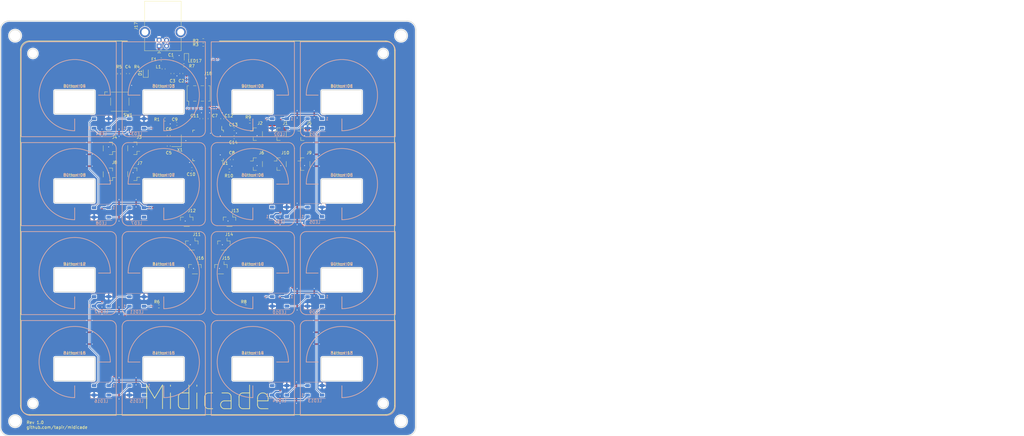
<source format=kicad_pcb>
(kicad_pcb (version 20171130) (host pcbnew "(5.1.9)-1")
  (title_block (title "Midicade Controller") (date 2021-02-14) (rev 1.0))
  (layers (0 Front signal) (31 Back signal hide) (34 B.Paste user) (35 F.Paste user hide) (36 B.SilkS user) (37 F.SilkS user hide) (38 B.Mask user) (39 F.Mask user hide) (44 Edge.Cuts user))
  (net 0 "")
  (net 1 GND)
  (net 2 "Net-(C1-Pad1)")
  (net 3 +5V)
  (net 4 "Net-(C5-Pad1)")
  (net 5 "Net-(C6-Pad1)")
  (net 6 /RESET)
  (net 7 "Net-(F1-Pad1)")
  (net 8 /D18)
  (net 9 /D17)
  (net 10 /D16)
  (net 11 /D5)
  (net 12 /D7)
  (net 13 /D14)
  (net 14 /D15)
  (net 15 /D10)
  (net 16 /MOSI)
  (net 17 /SCK)
  (net 18 /MISO)
  (net 19 /D3)
  (net 20 /D1)
  (net 21 /D12)
  (net 22 /D9)
  (net 23 /D2)
  (net 24 /D0)
  (net 25 /D4)
  (net 26 /D8)
  (net 27 "Net-(LED1-Pad2)")
  (net 28 "Net-(LED3-Pad2)")
  (net 29 "Net-(LED5-Pad2)")
  (net 30 "Net-(LED10-Pad4)")
  (net 31 "Net-(LED10-Pad2)")
  (net 32 "Net-(LED11-Pad2)")
  (net 33 "Net-(LED12-Pad2)")
  (net 34 /DP)
  (net 35 /DN)
  (net 36 /D19)
  (net 37 /D13)
  (net 38 /D6)
  (net 39 /D11)
  (net 40 "Net-(C7-Pad1)")
  (net 41 "Net-(LED1-Pad4)")
  (net 42 "Net-(R5-Pad2)")
  (net 43 "Net-(R10-Pad2)")
  (net 44 "Net-(J17-Pad2)")
  (net 45 "Net-(J17-Pad3)")
  (net 46 "Net-(J17-Pad5)")
  (net 47 "Net-(LED4-Pad2)")
  (net 48 "Net-(LED13-Pad2)")
  (net 49 "Net-(LED17-Pad2)")
  (net 50 "Net-(LED2-Pad4)")
  (net 51 "Net-(LED3-Pad4)")
  (net 52 "Net-(LED7-Pad4)")
  (net 53 "Net-(LED13-Pad4)")
  (net 54 "Net-(LED11-Pad4)")
  (net 55 "Net-(LED15-Pad4)")
  (module Diode_SMD:D_SOD-323 (layer Front) (at 69 37.55 90)
    (fp_text reference D1 (at 0 -1.85 90) (layer F.SilkS))
    (fp_text value 1N4148)
    (pad 2 smd rect (at 1.05 0 90) (size 0.6 0.45) (layers Front F.Paste F.Mask) (net 6 /RESET))
    (pad 1 smd rect (at -1.05 0 90) (size 0.6 0.45) (layers Front F.Paste F.Mask) (net 3 +5V))
  )
  (module Package_QFP:TQFP-44_10x10mm_P0.8mm (layer Front) (at 90 62 270)
    (fp_text reference U1 (at 6 -5.75 180) (layer F.SilkS))
    (fp_text value ATmega32U4)
    (pad 44 smd rect (at -4 -5.7) (size 1.5 0.55) (layers Front F.Paste F.Mask) (net 3 +5V))
    (pad 43 smd rect (at -3.2 -5.7) (size 1.5 0.55) (layers Front F.Paste F.Mask) (net 1 GND))
    (pad 42 smd rect (at -2.4 -5.7) (size 1.5 0.55) (layers Front F.Paste F.Mask) (net 3 +5V))
    (pad 41 smd rect (at -1.6 -5.7) (size 1.5 0.55) (layers Front F.Paste F.Mask) (net 36 /D19))
    (pad 40 smd rect (at -0.8 -5.7) (size 1.5 0.55) (layers Front F.Paste F.Mask) (net 8 /D18))
    (pad 39 smd rect (at 0 -5.7) (size 1.5 0.55) (layers Front F.Paste F.Mask) (net 9 /D17))
    (pad 38 smd rect (at 0.8 -5.7) (size 1.5 0.55) (layers Front F.Paste F.Mask) (net 10 /D16))
    (pad 37 smd rect (at 1.6 -5.7) (size 1.5 0.55) (layers Front F.Paste F.Mask) (net 14 /D15))
    (pad 36 smd rect (at 2.4 -5.7) (size 1.5 0.55) (layers Front F.Paste F.Mask) (net 13 /D14))
    (pad 35 smd rect (at 3.2 -5.7) (size 1.5 0.55) (layers Front F.Paste F.Mask) (net 1 GND))
    (pad 34 smd rect (at 4 -5.7) (size 1.5 0.55) (layers Front F.Paste F.Mask) (net 3 +5V))
    (pad 33 smd rect (at 5.7 -4 270) (size 1.5 0.55) (layers Front F.Paste F.Mask) (net 43 "Net-(R10-Pad2)"))
    (pad 32 smd rect (at 5.7 -3.2 270) (size 1.5 0.55) (layers Front F.Paste F.Mask) (net 37 /D13))
    (pad 31 smd rect (at 5.7 -2.4 270) (size 1.5 0.55) (layers Front F.Paste F.Mask) (net 11 /D5))
    (pad 30 smd rect (at 5.7 -1.6 270) (size 1.5 0.55) (layers Front F.Paste F.Mask) (net 15 /D10))
    (pad 29 smd rect (at 5.7 -0.8 270) (size 1.5 0.55) (layers Front F.Paste F.Mask) (net 22 /D9))
    (pad 28 smd rect (at 5.7 0 270) (size 1.5 0.55) (layers Front F.Paste F.Mask) (net 26 /D8))
    (pad 27 smd rect (at 5.7 0.8 270) (size 1.5 0.55) (layers Front F.Paste F.Mask) (net 38 /D6))
    (pad 26 smd rect (at 5.7 1.6 270) (size 1.5 0.55) (layers Front F.Paste F.Mask) (net 21 /D12))
    (pad 25 smd rect (at 5.7 2.4 270) (size 1.5 0.55) (layers Front F.Paste F.Mask) (net 25 /D4))
    (pad 24 smd rect (at 5.7 3.2 270) (size 1.5 0.55) (layers Front F.Paste F.Mask) (net 3 +5V))
    (pad 23 smd rect (at 5.7 4 270) (size 1.5 0.55) (layers Front F.Paste F.Mask) (net 1 GND))
    (pad 22 smd rect (at 4 5.7) (size 1.5 0.55) (layers Front F.Paste F.Mask))
    (pad 21 smd rect (at 3.2 5.7) (size 1.5 0.55) (layers Front F.Paste F.Mask) (net 20 /D1))
    (pad 20 smd rect (at 2.4 5.7) (size 1.5 0.55) (layers Front F.Paste F.Mask) (net 24 /D0))
    (pad 19 smd rect (at 1.6 5.7) (size 1.5 0.55) (layers Front F.Paste F.Mask) (net 23 /D2))
    (pad 18 smd rect (at 0.8 5.7) (size 1.5 0.55) (layers Front F.Paste F.Mask) (net 19 /D3))
    (pad 17 smd rect (at 0 5.7) (size 1.5 0.55) (layers Front F.Paste F.Mask) (net 4 "Net-(C5-Pad1)"))
    (pad 16 smd rect (at -0.8 5.7) (size 1.5 0.55) (layers Front F.Paste F.Mask) (net 5 "Net-(C6-Pad1)"))
    (pad 15 smd rect (at -1.6 5.7) (size 1.5 0.55) (layers Front F.Paste F.Mask) (net 1 GND))
    (pad 14 smd rect (at -2.4 5.7) (size 1.5 0.55) (layers Front F.Paste F.Mask) (net 3 +5V))
    (pad 13 smd rect (at -3.2 5.7) (size 1.5 0.55) (layers Front F.Paste F.Mask) (net 6 /RESET))
    (pad 12 smd rect (at -4 5.7) (size 1.5 0.55) (layers Front F.Paste F.Mask) (net 39 /D11))
    (pad 11 smd rect (at -5.7 4 270) (size 1.5 0.55) (layers Front F.Paste F.Mask) (net 18 /MISO))
    (pad 10 smd rect (at -5.7 3.2 270) (size 1.5 0.55) (layers Front F.Paste F.Mask) (net 16 /MOSI))
    (pad 9 smd rect (at -5.7 2.4 270) (size 1.5 0.55) (layers Front F.Paste F.Mask) (net 17 /SCK))
    (pad 8 smd rect (at -5.7 1.6 270) (size 1.5 0.55) (layers Front F.Paste F.Mask))
    (pad 7 smd rect (at -5.7 0.8 270) (size 1.5 0.55) (layers Front F.Paste F.Mask) (net 3 +5V))
    (pad 6 smd rect (at -5.7 0 270) (size 1.5 0.55) (layers Front F.Paste F.Mask) (net 40 "Net-(C7-Pad1)"))
    (pad 5 smd rect (at -5.7 -0.8 270) (size 1.5 0.55) (layers Front F.Paste F.Mask) (net 1 GND))
    (pad 4 smd rect (at -5.7 -1.6 270) (size 1.5 0.55) (layers Front F.Paste F.Mask) (net 34 /DP))
    (pad 3 smd rect (at -5.7 -2.4 270) (size 1.5 0.55) (layers Front F.Paste F.Mask) (net 35 /DN))
    (pad 2 smd rect (at -5.7 -3.2 270) (size 1.5 0.55) (layers Front F.Paste F.Mask) (net 3 +5V))
    (pad 1 smd rect (at -5.7 -4 270) (size 1.5 0.55) (layers Front F.Paste F.Mask) (net 12 /D7))
  )
  (module Resources:JST_SH_BM02B-SRSS-TB_1x02-1MP_P1.00mm_Vertical_3D (layer Front) (at 122.3 58.2 270)
    (fp_text reference J5 (at -3.7 -1.7 180) (layer F.SilkS))
    (fp_text value Conn_01x02)
    (pad 1 smd roundrect (at -0.5 1.325 270) (size 0.6 1.55) (layers Front F.Paste F.Mask) (net 9 /D17))
    (pad 2 smd roundrect (at 0.5 1.325 270) (size 0.6 1.55) (layers Front F.Paste F.Mask) (net 1 GND))
    (pad MP smd roundrect (at -1.8 -1.2 270) (size 1.2 1.8) (layers Front F.Paste F.Mask) (roundrect_rratio 0.2083325))
    (pad MP smd roundrect (at 1.8 -1.2 270) (size 1.2 1.8) (layers Front F.Paste F.Mask) (roundrect_rratio 0.2083325))
  )
  (module Resources:SW_SPST_Omron_B3FS-100xP_3D (layer Front) (at 60.25 47.25)
    (fp_text reference SW1 (at 2.75 4.5) (layer F.SilkS))
    (fp_text value SW_Push)
    (pad 2 smd rect (at 4 -2.25 180) (size 1.6 1.4) (layers Front F.Paste F.Mask) (net 1 GND))
    (pad 1 smd rect (at -4 -2.25 180) (size 1.6 1.4) (layers Front F.Paste F.Mask) (net 42 "Net-(R5-Pad2)"))
    (pad 4 smd rect (at 4 2.25 180) (size 1.6 1.4) (layers Front F.Paste F.Mask))
    (pad 3 smd rect (at -4 2.25 180) (size 1.6 1.4) (layers Front F.Paste F.Mask))
  )
  (module Resources:USB_B_OST_USB-B1HSxx_Horizontal_3D (layer Front) (at 73.5 28.5 90)
    (fp_text reference J17 (at 6.76 -7.77 90) (layer F.SilkS))
    (fp_text value USB_B)
    (pad 1 thru_hole rect (at 0 0 90) (size 1.7 1.7) (drill 0.92) (layers *.Cu *.Mask) (net 7 "Net-(F1-Pad1)"))
    (pad 2 thru_hole circle (at 0 2.5 90) (size 1.7 1.7) (drill 0.92) (layers *.Cu *.Mask) (net 44 "Net-(J17-Pad2)"))
    (pad 3 thru_hole circle (at 2 2.5 90) (size 1.7 1.7) (drill 0.92) (layers *.Cu *.Mask) (net 45 "Net-(J17-Pad3)"))
    (pad 4 thru_hole circle (at 2 0 90) (size 1.7 1.7) (drill 0.92) (layers *.Cu *.Mask) (net 1 GND))
    (pad 5 thru_hole circle (at 4.71 -4.77 90) (size 3.5 3.5) (drill 2.33) (layers *.Cu *.Mask) (net 46 "Net-(J17-Pad5)"))
    (pad 5 thru_hole circle (at 4.71 7.27 90) (size 3.5 3.5) (drill 2.33) (layers *.Cu *.Mask) (net 46 "Net-(J17-Pad5)"))
  )
  (module Resources:JST_SH_BM02B-SRSS-TB_1x02-1MP_P1.00mm_Vertical_3D (layer Front) (at 85.55 103.3 180)
    (fp_text reference J16 (at -1.7 3.3) (layer F.SilkS))
    (fp_text value Conn_01x02)
    (pad 1 smd roundrect (at -0.5 1.325 180) (size 0.6 1.55) (layers Front F.Paste F.Mask) (net 38 /D6))
    (pad 2 smd roundrect (at 0.5 1.325 180) (size 0.6 1.55) (layers Front F.Paste F.Mask) (net 1 GND))
    (pad MP smd roundrect (at -1.8 -1.2 180) (size 1.2 1.8) (layers Front F.Paste F.Mask) (roundrect_rratio 0.2083325))
    (pad MP smd roundrect (at 1.8 -1.2 180) (size 1.2 1.8) (layers Front F.Paste F.Mask) (roundrect_rratio 0.2083325))
  )
  (module Resources:JST_SH_BM02B-SRSS-TB_1x02-1MP_P1.00mm_Vertical_3D (layer Front) (at 94.3 103.3 180)
    (fp_text reference J15 (at -1.7 3.3) (layer F.SilkS))
    (fp_text value Conn_01x02)
    (pad 1 smd roundrect (at -0.5 1.325 180) (size 0.6 1.55) (layers Front F.Paste F.Mask) (net 15 /D10))
    (pad 2 smd roundrect (at 0.5 1.325 180) (size 0.6 1.55) (layers Front F.Paste F.Mask) (net 1 GND))
    (pad MP smd roundrect (at -1.8 -1.2 180) (size 1.2 1.8) (layers Front F.Paste F.Mask) (roundrect_rratio 0.2083325))
    (pad MP smd roundrect (at 1.8 -1.2 180) (size 1.2 1.8) (layers Front F.Paste F.Mask) (roundrect_rratio 0.2083325))
  )
  (module Resources:JST_SH_BM02B-SRSS-TB_1x02-1MP_P1.00mm_Vertical_3D (layer Front) (at 95.3 95.325 180)
    (fp_text reference J14 (at -1.8 3.325) (layer F.SilkS))
    (fp_text value Conn_01x02)
    (pad 1 smd roundrect (at -0.5 1.325 180) (size 0.6 1.55) (layers Front F.Paste F.Mask) (net 11 /D5))
    (pad 2 smd roundrect (at 0.5 1.325 180) (size 0.6 1.55) (layers Front F.Paste F.Mask) (net 1 GND))
    (pad MP smd roundrect (at -1.8 -1.2 180) (size 1.2 1.8) (layers Front F.Paste F.Mask) (roundrect_rratio 0.2083325))
    (pad MP smd roundrect (at 1.8 -1.2 180) (size 1.2 1.8) (layers Front F.Paste F.Mask) (roundrect_rratio 0.2083325))
  )
  (module Resources:JST_SH_BM02B-SRSS-TB_1x02-1MP_P1.00mm_Vertical_3D (layer Front) (at 97.2 87.3 180)
    (fp_text reference J13 (at -1.8 3.3) (layer F.SilkS))
    (fp_text value Conn_01x02)
    (pad 1 smd roundrect (at -0.5 1.325 180) (size 0.6 1.55) (layers Front F.Paste F.Mask) (net 37 /D13))
    (pad 2 smd roundrect (at 0.5 1.325 180) (size 0.6 1.55) (layers Front F.Paste F.Mask) (net 1 GND))
    (pad MP smd roundrect (at -1.8 -1.2 180) (size 1.2 1.8) (layers Front F.Paste F.Mask) (roundrect_rratio 0.2083325))
    (pad MP smd roundrect (at 1.8 -1.2 180) (size 1.2 1.8) (layers Front F.Paste F.Mask) (roundrect_rratio 0.2083325))
  )
  (module Resources:JST_SH_BM02B-SRSS-TB_1x02-1MP_P1.00mm_Vertical_3D (layer Front) (at 84.5 95.3 180)
    (fp_text reference J11 (at -1.7 3.3) (layer F.SilkS))
    (fp_text value Conn_01x02)
    (pad 1 smd roundrect (at -0.5 1.325 180) (size 0.6 1.55) (layers Front F.Paste F.Mask) (net 21 /D12))
    (pad 2 smd roundrect (at 0.5 1.325 180) (size 0.6 1.55) (layers Front F.Paste F.Mask) (net 1 GND))
    (pad MP smd roundrect (at -1.8 -1.2 180) (size 1.2 1.8) (layers Front F.Paste F.Mask) (roundrect_rratio 0.2083325))
    (pad MP smd roundrect (at 1.8 -1.2 180) (size 1.2 1.8) (layers Front F.Paste F.Mask) (roundrect_rratio 0.2083325))
  )
  (module Resources:JST_SH_BM02B-SRSS-TB_1x02-1MP_P1.00mm_Vertical_3D (layer Front) (at 82.8 87.3 180)
    (fp_text reference J12 (at -1.7 3.3) (layer F.SilkS))
    (fp_text value Conn_01x02)
    (pad 1 smd roundrect (at -0.5 1.325 180) (size 0.6 1.55) (layers Front F.Paste F.Mask) (net 25 /D4))
    (pad 2 smd roundrect (at 0.5 1.325 180) (size 0.6 1.55) (layers Front F.Paste F.Mask) (net 1 GND))
    (pad MP smd roundrect (at -1.8 -1.2 180) (size 1.2 1.8) (layers Front F.Paste F.Mask) (roundrect_rratio 0.2083325))
    (pad MP smd roundrect (at 1.8 -1.2 180) (size 1.2 1.8) (layers Front F.Paste F.Mask) (roundrect_rratio 0.2083325))
  )
  (module Resources:JST_SH_BM02B-SRSS-TB_1x02-1MP_P1.00mm_Vertical_3D (layer Front) (at 114.3 68.3 270)
    (fp_text reference J10 (at -3.8 -1.7 180) (layer F.SilkS))
    (fp_text value Conn_01x02)
    (pad 1 smd roundrect (at -0.5 1.325 270) (size 0.6 1.55) (layers Front F.Paste F.Mask) (net 14 /D15))
    (pad 2 smd roundrect (at 0.5 1.325 270) (size 0.6 1.55) (layers Front F.Paste F.Mask) (net 1 GND))
    (pad MP smd roundrect (at -1.8 -1.2 270) (size 1.2 1.8) (layers Front F.Paste F.Mask) (roundrect_rratio 0.2083325))
    (pad MP smd roundrect (at 1.8 -1.2 270) (size 1.2 1.8) (layers Front F.Paste F.Mask) (roundrect_rratio 0.2083325))
  )
  (module Resources:JST_SH_BM02B-SRSS-TB_1x02-1MP_P1.00mm_Vertical_3D (layer Front) (at 122.3 68.3 270)
    (fp_text reference J9 (at -3.8 -1.7 180) (layer F.SilkS))
    (fp_text value Conn_01x02)
    (pad 1 smd roundrect (at -0.5 1.325 270) (size 0.6 1.55) (layers Front F.Paste F.Mask) (net 10 /D16))
    (pad 2 smd roundrect (at 0.5 1.325 270) (size 0.6 1.55) (layers Front F.Paste F.Mask) (net 1 GND))
    (pad MP smd roundrect (at -1.8 -1.2 270) (size 1.2 1.8) (layers Front F.Paste F.Mask) (roundrect_rratio 0.2083325))
    (pad MP smd roundrect (at 1.8 -1.2 270) (size 1.2 1.8) (layers Front F.Paste F.Mask) (roundrect_rratio 0.2083325))
  )
  (module Resources:JST_SH_BM02B-SRSS-TB_1x02-1MP_P1.00mm_Vertical_3D (layer Front) (at 56.7 71.75 90)
    (fp_text reference J8 (at 4 1.8 180) (layer F.SilkS))
    (fp_text value Conn_01x02)
    (pad 1 smd roundrect (at -0.5 1.325 90) (size 0.6 1.55) (layers Front F.Paste F.Mask) (net 24 /D0))
    (pad 2 smd roundrect (at 0.5 1.325 90) (size 0.6 1.55) (layers Front F.Paste F.Mask) (net 1 GND))
    (pad MP smd roundrect (at -1.8 -1.2 90) (size 1.2 1.8) (layers Front F.Paste F.Mask) (roundrect_rratio 0.2083325))
    (pad MP smd roundrect (at 1.8 -1.2 90) (size 1.2 1.8) (layers Front F.Paste F.Mask) (roundrect_rratio 0.2083325))
  )
  (module Resources:JST_SH_BM02B-SRSS-TB_1x02-1MP_P1.00mm_Vertical_3D (layer Front) (at 64.925 71.7 90)
    (fp_text reference J7 (at 3.7 2.075 180) (layer F.SilkS))
    (fp_text value Conn_01x02)
    (pad 1 smd roundrect (at -0.5 1.325 90) (size 0.6 1.55) (layers Front F.Paste F.Mask) (net 20 /D1))
    (pad 2 smd roundrect (at 0.5 1.325 90) (size 0.6 1.55) (layers Front F.Paste F.Mask) (net 1 GND))
    (pad MP smd roundrect (at -1.8 -1.2 90) (size 1.2 1.8) (layers Front F.Paste F.Mask) (roundrect_rratio 0.2083325))
    (pad MP smd roundrect (at 1.8 -1.2 90) (size 1.2 1.8) (layers Front F.Paste F.Mask) (roundrect_rratio 0.2083325))
  )
  (module Resources:JST_SH_BM02B-SRSS-TB_1x02-1MP_P1.00mm_Vertical_3D (layer Front) (at 106.3 68.3 270)
    (fp_text reference J6 (at -3.8 -1.7 180) (layer F.SilkS))
    (fp_text value Conn_01x02)
    (pad 1 smd roundrect (at -0.5 1.325 270) (size 0.6 1.55) (layers Front F.Paste F.Mask) (net 13 /D14))
    (pad 2 smd roundrect (at 0.5 1.325 270) (size 0.6 1.55) (layers Front F.Paste F.Mask) (net 1 GND))
    (pad MP smd roundrect (at -1.8 -1.2 270) (size 1.2 1.8) (layers Front F.Paste F.Mask) (roundrect_rratio 0.2083325))
    (pad MP smd roundrect (at 1.8 -1.2 270) (size 1.2 1.8) (layers Front F.Paste F.Mask) (roundrect_rratio 0.2083325))
  )
  (module Resources:JST_SH_BM02B-SRSS-TB_1x02-1MP_P1.00mm_Vertical_3D (layer Front) (at 56.7 63 90)
    (fp_text reference J4 (at 3.75 1.8 180) (layer F.SilkS))
    (fp_text value Conn_01x02)
    (pad 1 smd roundrect (at -0.5 1.325 90) (size 0.6 1.55) (layers Front F.Paste F.Mask) (net 23 /D2))
    (pad 2 smd roundrect (at 0.5 1.325 90) (size 0.6 1.55) (layers Front F.Paste F.Mask) (net 1 GND))
    (pad MP smd roundrect (at -1.8 -1.2 90) (size 1.2 1.8) (layers Front F.Paste F.Mask) (roundrect_rratio 0.2083325))
    (pad MP smd roundrect (at 1.8 -1.2 90) (size 1.2 1.8) (layers Front F.Paste F.Mask) (roundrect_rratio 0.2083325))
  )
  (module Resources:JST_SH_BM02B-SRSS-TB_1x02-1MP_P1.00mm_Vertical_3D (layer Front) (at 64.925 62.95 90)
    (fp_text reference J3 (at 3.7 1.825 180) (layer F.SilkS))
    (fp_text value Conn_01x02)
    (pad 1 smd roundrect (at -0.5 1.325 90) (size 0.6 1.55) (layers Front F.Paste F.Mask) (net 19 /D3))
    (pad 2 smd roundrect (at 0.5 1.325 90) (size 0.6 1.55) (layers Front F.Paste F.Mask) (net 1 GND))
    (pad MP smd roundrect (at -1.8 -1.2 90) (size 1.2 1.8) (layers Front F.Paste F.Mask) (roundrect_rratio 0.2083325))
    (pad MP smd roundrect (at 1.8 -1.2 90) (size 1.2 1.8) (layers Front F.Paste F.Mask) (roundrect_rratio 0.2083325))
  )
  (module Resources:JST_SH_BM02B-SRSS-TB_1x02-1MP_P1.00mm_Vertical_3D (layer Front) (at 106.3 58.2 270)
    (fp_text reference J2 (at -3.7 -1.2 180) (layer F.SilkS))
    (fp_text value Conn_01x02)
    (pad 1 smd roundrect (at -0.5 1.325 270) (size 0.6 1.55) (layers Front F.Paste F.Mask) (net 36 /D19))
    (pad 2 smd roundrect (at 0.5 1.325 270) (size 0.6 1.55) (layers Front F.Paste F.Mask) (net 1 GND))
    (pad MP smd roundrect (at -1.8 -1.2 270) (size 1.2 1.8) (layers Front F.Paste F.Mask) (roundrect_rratio 0.2083325))
    (pad MP smd roundrect (at 1.8 -1.2 270) (size 1.2 1.8) (layers Front F.Paste F.Mask) (roundrect_rratio 0.2083325))
  )
  (module Resources:JST_SH_BM02B-SRSS-TB_1x02-1MP_P1.00mm_Vertical_3D (layer Front) (at 114.3 58.2 270)
    (fp_text reference J1 (at -3.7 -1.7 180) (layer F.SilkS))
    (fp_text value Conn_01x02)
    (pad 1 smd roundrect (at -0.5 1.325 270) (size 0.6 1.55) (layers Front F.Paste F.Mask) (net 8 /D18))
    (pad 2 smd roundrect (at 0.5 1.325 270) (size 0.6 1.55) (layers Front F.Paste F.Mask) (net 1 GND))
    (pad MP smd roundrect (at -1.8 -1.2 270) (size 1.2 1.8) (layers Front F.Paste F.Mask) (roundrect_rratio 0.2083325))
    (pad MP smd roundrect (at 1.8 -1.2 270) (size 1.2 1.8) (layers Front F.Paste F.Mask) (roundrect_rratio 0.2083325))
  )
  (module Crystal:Crystal_SMD_3225-4Pin_3.2x2.5mm (layer Front) (at 79.35 60.4 90)
    (fp_text reference X1 (at -3.1 1.15 180) (layer F.SilkS))
    (fp_text value "±10ppm 12pF")
    (pad 4 smd rect (at -1.1 -0.85 90) (size 1.4 1.2) (layers Front F.Paste F.Mask) (net 1 GND))
    (pad 3 smd rect (at 1.1 -0.85 90) (size 1.4 1.2) (layers Front F.Paste F.Mask) (net 5 "Net-(C6-Pad1)"))
    (pad 2 smd rect (at 1.1 0.85 90) (size 1.4 1.2) (layers Front F.Paste F.Mask) (net 1 GND))
    (pad 1 smd rect (at -1.1 0.85 90) (size 1.4 1.2) (layers Front F.Paste F.Mask) (net 4 "Net-(C5-Pad1)"))
  )
  (module Fuse:Fuse_0603_1608Metric (layer Front) (at 74.2125 33)
    (fp_text reference F1 (at -2.4625 0) (layer F.SilkS))
    (fp_text value 0603L050)
    (pad 2 smd roundrect (at 0.7875 0) (size 0.875 0.95) (layers Front F.Paste F.Mask) (net 2 "Net-(C1-Pad1)"))
    (pad 1 smd roundrect (at -0.7875 0) (size 0.875 0.95) (layers Front F.Paste F.Mask) (net 7 "Net-(F1-Pad1)"))
  )
  (module Resistor_SMD:R_0603_1608Metric (layer Front) (at 97.175 70.5 180)
    (fp_text reference R10 (at 0.175 -1.75) (layer F.SilkS))
    (fp_text value 10K)
    (pad 2 smd roundrect (at 0.825 0 180) (size 0.8 0.95) (layers Front F.Paste F.Mask) (net 43 "Net-(R10-Pad2)"))
    (pad 1 smd roundrect (at -0.825 0 180) (size 0.8 0.95) (layers Front F.Paste F.Mask) (net 1 GND))
  )
  (module Resistor_SMD:R_0603_1608Metric (layer Front) (at 104.075 54 180)
    (fp_text reference R9 (at 0.575 1.5) (layer F.SilkS))
    (fp_text value 330)
    (pad 2 smd roundrect (at 0.825 0 180) (size 0.8 0.95) (layers Front F.Paste F.Mask) (net 12 /D7))
    (pad 1 smd roundrect (at -0.825 0 180) (size 0.8 0.95) (layers Front F.Paste F.Mask) (net 50 "Net-(LED2-Pad4)"))
  )
  (module Resistor_SMD:R_0603_1608Metric (layer Front) (at 102.675 116.25 180)
    (fp_text reference R8 (at 0.675 1.5) (layer F.SilkS))
    (fp_text value 330)
    (pad 2 smd roundrect (at 0.825 0 180) (size 0.8 0.95) (layers Front F.Paste F.Mask) (net 22 /D9))
    (pad 1 smd roundrect (at -0.825 0 180) (size 0.8 0.95) (layers Front F.Paste F.Mask) (net 30 "Net-(LED10-Pad4)"))
  )
  (module Resistor_SMD:R_0603_1608Metric (layer Front) (at 81.825 35)
    (fp_text reference R7 (at 2.675 0.25) (layer F.SilkS))
    (fp_text value 1K)
    (pad 2 smd roundrect (at 0.825 0) (size 0.8 0.95) (layers Front F.Paste F.Mask) (net 49 "Net-(LED17-Pad2)"))
    (pad 1 smd roundrect (at -0.825 0) (size 0.8 0.95) (layers Front F.Paste F.Mask) (net 3 +5V))
  )
  (module Resistor_SMD:R_0603_1608Metric (layer Front) (at 73.425 116.25)
    (fp_text reference R6 (at -0.675 -1.5) (layer F.SilkS))
    (fp_text value 330)
    (pad 2 smd roundrect (at 0.825 0) (size 0.8 0.95) (layers Front F.Paste F.Mask) (net 26 /D8))
    (pad 1 smd roundrect (at -0.825 0) (size 0.8 0.95) (layers Front F.Paste F.Mask) (net 54 "Net-(LED11-Pad4)"))
  )
  (module Resistor_SMD:R_0603_1608Metric (layer Front) (at 60 37.825 270)
    (fp_text reference R5 (at -2.325 0 180) (layer F.SilkS))
    (fp_text value 330)
    (pad 2 smd roundrect (at 0.825 0 270) (size 0.8 0.95) (layers Front F.Paste F.Mask) (net 42 "Net-(R5-Pad2)"))
    (pad 1 smd roundrect (at -0.825 0 270) (size 0.8 0.95) (layers Front F.Paste F.Mask) (net 6 /RESET))
  )
  (module Resistor_SMD:R_0603_1608Metric (layer Front) (at 66 37.825 270)
    (fp_text reference R4 (at -2.325 0 180) (layer F.SilkS))
    (fp_text value 4.7K)
    (pad 2 smd roundrect (at 0.825 0 270) (size 0.8 0.95) (layers Front F.Paste F.Mask) (net 3 +5V))
    (pad 1 smd roundrect (at -0.825 0 270) (size 0.8 0.95) (layers Front F.Paste F.Mask) (net 6 /RESET))
  )
  (module Resistor_SMD:R_0603_1608Metric (layer Front) (at 88.375 28 180)
    (fp_text reference R3 (at 2.575 0) (layer F.SilkS))
    (fp_text value 22)
    (pad 2 smd roundrect (at 0.825 0 180) (size 0.8 0.95) (layers Front F.Paste F.Mask) (net 44 "Net-(J17-Pad2)"))
    (pad 1 smd roundrect (at -0.825 0 180) (size 0.8 0.95) (layers Front F.Paste F.Mask) (net 35 /DN))
  )
  (module Resistor_SMD:R_0603_1608Metric (layer Front) (at 88.375 26.5)
    (fp_text reference R2 (at -2.575 0.25 180) (layer F.SilkS))
    (fp_text value 22)
    (pad 2 smd roundrect (at 0.825 0) (size 0.8 0.95) (layers Front F.Paste F.Mask) (net 34 /DP))
    (pad 1 smd roundrect (at -0.825 0) (size 0.8 0.95) (layers Front F.Paste F.Mask) (net 45 "Net-(J17-Pad3)"))
  )
  (module Resistor_SMD:R_0603_1608Metric (layer Front) (at 75.425 53.25)
    (fp_text reference R1 (at -2.675 0) (layer F.SilkS))
    (fp_text value 330)
    (pad 2 smd roundrect (at 0.825 0) (size 0.8 0.95) (layers Front F.Paste F.Mask) (net 39 /D11))
    (pad 1 smd roundrect (at -0.825 0) (size 0.8 0.95) (layers Front F.Paste F.Mask) (net 51 "Net-(LED3-Pad4)"))
  )
  (module LED_SMD:LED_WS2812B_PLCC4_5.0x5.0mm_P3.2mm (layer Back) (at 114.05 84.4)
    (fp_text reference LED6 (at 0 3.5) (layer B.SilkS) (effects (justify mirror)))
    (fp_text value WS2812B-V5)
    (fp_text user 1 (at -4.15 1.6) (layer B.SilkS) (effects (justify mirror)))
    (pad 1 smd rect (at -2.45 1.6) (size 1.5 1) (layers Back B.Paste B.Mask) (net 3 +5V))
    (pad 2 smd rect (at -2.45 -1.6) (size 1.5 1) (layers Back B.Paste B.Mask))
    (pad 4 smd rect (at 2.45 1.6) (size 1.5 1) (layers Back B.Paste B.Mask) (net 29 "Net-(LED5-Pad2)"))
    (pad 3 smd rect (at 2.45 -1.6) (size 1.5 1) (layers Back B.Paste B.Mask) (net 1 GND))
  )
  (module LED_SMD:LED_WS2812B_PLCC4_5.0x5.0mm_P3.2mm (layer Back) (at 125.95 84.4)
    (fp_text reference LED5 (at 0 3.5) (layer B.SilkS) (effects (justify mirror)))
    (fp_text value WS2812B-V5)
    (fp_text user 1 (at -4.15 1.6) (layer B.SilkS) (effects (justify mirror)))
    (pad 1 smd rect (at -2.45 1.6) (size 1.5 1) (layers Back B.Paste B.Mask) (net 3 +5V))
    (pad 2 smd rect (at -2.45 -1.6) (size 1.5 1) (layers Back B.Paste B.Mask) (net 29 "Net-(LED5-Pad2)"))
    (pad 4 smd rect (at 2.45 1.6) (size 1.5 1) (layers Back B.Paste B.Mask) (net 27 "Net-(LED1-Pad2)"))
    (pad 3 smd rect (at 2.45 -1.6) (size 1.5 1) (layers Back B.Paste B.Mask) (net 1 GND))
  )
  (module LED_SMD:LED_WS2812B_PLCC4_5.0x5.0mm_P3.2mm (layer Back) (at 125.95 54.6 180)
    (fp_text reference LED1 (at 0 -3.65) (layer B.SilkS) (effects (justify mirror)))
    (fp_text value WS2812B-V5)
    (fp_text user 1 (at -4.15 1.6) (layer B.SilkS) (effects (justify mirror)))
    (pad 1 smd rect (at -2.45 1.6 180) (size 1.5 1) (layers Back B.Paste B.Mask) (net 3 +5V))
    (pad 2 smd rect (at -2.45 -1.6 180) (size 1.5 1) (layers Back B.Paste B.Mask) (net 27 "Net-(LED1-Pad2)"))
    (pad 4 smd rect (at 2.45 1.6 180) (size 1.5 1) (layers Back B.Paste B.Mask) (net 41 "Net-(LED1-Pad4)"))
    (pad 3 smd rect (at 2.45 -1.6 180) (size 1.5 1) (layers Back B.Paste B.Mask) (net 1 GND))
  )
  (module LED_SMD:LED_WS2812B_PLCC4_5.0x5.0mm_P3.2mm (layer Back) (at 114.05 54.6 180)
    (fp_text reference LED2 (at 0.05 -3.65) (layer B.SilkS) (effects (justify mirror)))
    (fp_text value WS2812B-V5)
    (fp_text user 1 (at -4.15 1.6) (layer B.SilkS) (effects (justify mirror)))
    (pad 1 smd rect (at -2.45 1.6 180) (size 1.5 1) (layers Back B.Paste B.Mask) (net 3 +5V))
    (pad 2 smd rect (at -2.45 -1.6 180) (size 1.5 1) (layers Back B.Paste B.Mask) (net 41 "Net-(LED1-Pad4)"))
    (pad 4 smd rect (at 2.45 1.6 180) (size 1.5 1) (layers Back B.Paste B.Mask) (net 50 "Net-(LED2-Pad4)"))
    (pad 3 smd rect (at 2.45 -1.6 180) (size 1.5 1) (layers Back B.Paste B.Mask) (net 1 GND))
  )
  (module LED_SMD:LED_WS2812B_PLCC4_5.0x5.0mm_P3.2mm (layer Back) (at 114.05 144.6)
    (fp_text reference LED14 (at 0 3.5) (layer B.SilkS) (effects (justify mirror)))
    (fp_text value WS2812B-V5)
    (fp_text user 1 (at -4.15 1.6) (layer B.SilkS) (effects (justify mirror)))
    (pad 1 smd rect (at -2.45 1.6) (size 1.5 1) (layers Back B.Paste B.Mask) (net 3 +5V))
    (pad 2 smd rect (at -2.45 -1.6) (size 1.5 1) (layers Back B.Paste B.Mask))
    (pad 4 smd rect (at 2.45 1.6) (size 1.5 1) (layers Back B.Paste B.Mask) (net 48 "Net-(LED13-Pad2)"))
    (pad 3 smd rect (at 2.45 -1.6) (size 1.5 1) (layers Back B.Paste B.Mask) (net 1 GND))
  )
  (module LED_SMD:LED_WS2812B_PLCC4_5.0x5.0mm_P3.2mm (layer Back) (at 125.95 144.6)
    (fp_text reference LED13 (at 0 3.5) (layer B.SilkS) (effects (justify mirror)))
    (fp_text value WS2812B-V5)
    (fp_text user 1 (at -4.15 1.6) (layer B.SilkS) (effects (justify mirror)))
    (pad 1 smd rect (at -2.45 1.6) (size 1.5 1) (layers Back B.Paste B.Mask) (net 3 +5V))
    (pad 2 smd rect (at -2.45 -1.6) (size 1.5 1) (layers Back B.Paste B.Mask) (net 48 "Net-(LED13-Pad2)"))
    (pad 4 smd rect (at 2.45 1.6) (size 1.5 1) (layers Back B.Paste B.Mask) (net 53 "Net-(LED13-Pad4)"))
    (pad 3 smd rect (at 2.45 -1.6) (size 1.5 1) (layers Back B.Paste B.Mask) (net 1 GND))
  )
  (module LED_SMD:LED_WS2812B_PLCC4_5.0x5.0mm_P3.2mm (layer Back) (at 125.95 114.6 180)
    (fp_text reference LED9 (at 0 -3.65) (layer B.SilkS) (effects (justify mirror)))
    (fp_text value WS2812B-V5)
    (fp_text user 1 (at -4.15 1.6) (layer B.SilkS) (effects (justify mirror)))
    (pad 1 smd rect (at -2.45 1.6 180) (size 1.5 1) (layers Back B.Paste B.Mask) (net 3 +5V))
    (pad 2 smd rect (at -2.45 -1.6 180) (size 1.5 1) (layers Back B.Paste B.Mask) (net 53 "Net-(LED13-Pad4)"))
    (pad 4 smd rect (at 2.45 1.6 180) (size 1.5 1) (layers Back B.Paste B.Mask) (net 31 "Net-(LED10-Pad2)"))
    (pad 3 smd rect (at 2.45 -1.6 180) (size 1.5 1) (layers Back B.Paste B.Mask) (net 1 GND))
  )
  (module LED_SMD:LED_WS2812B_PLCC4_5.0x5.0mm_P3.2mm (layer Back) (at 114.05 114.6 180)
    (fp_text reference LED10 (at 0 -3.65) (layer B.SilkS) (effects (justify mirror)))
    (fp_text value WS2812B-V5)
    (fp_text user 1 (at -4.15 1.6) (layer B.SilkS) (effects (justify mirror)))
    (pad 1 smd rect (at -2.45 1.6 180) (size 1.5 1) (layers Back B.Paste B.Mask) (net 3 +5V))
    (pad 2 smd rect (at -2.45 -1.6 180) (size 1.5 1) (layers Back B.Paste B.Mask) (net 31 "Net-(LED10-Pad2)"))
    (pad 4 smd rect (at 2.45 1.6 180) (size 1.5 1) (layers Back B.Paste B.Mask) (net 30 "Net-(LED10-Pad4)"))
    (pad 3 smd rect (at 2.45 -1.6 180) (size 1.5 1) (layers Back B.Paste B.Mask) (net 1 GND))
  )
  (module LED_SMD:LED_0603_1608Metric (layer Front) (at 82.7 32.4875 270)
    (fp_text reference LED17 (at 1.0125 -2.8 180) (layer F.SilkS))
    (fp_text value LED)
    (pad 2 smd roundrect (at 0.7875 0 270) (size 0.875 0.95) (layers Front F.Paste F.Mask) (net 49 "Net-(LED17-Pad2)"))
    (pad 1 smd roundrect (at -0.7875 0 270) (size 0.875 0.95) (layers Front F.Paste F.Mask) (net 1 GND))
  )
  (module LED_SMD:LED_WS2812B_PLCC4_5.0x5.0mm_P3.2mm (layer Back) (at 65.95 144.6 180)
    (fp_text reference LED15 (at 0 -3.65) (layer B.SilkS) (effects (justify mirror)))
    (fp_text value WS2812B-V5)
    (fp_text user 1 (at -4.15 1.6) (layer B.SilkS) (effects (justify mirror)))
    (pad 1 smd rect (at -2.45 1.6 180) (size 1.5 1) (layers Back B.Paste B.Mask) (net 3 +5V))
    (pad 2 smd rect (at -2.45 -1.6 180) (size 1.5 1) (layers Back B.Paste B.Mask))
    (pad 4 smd rect (at 2.45 1.6 180) (size 1.5 1) (layers Back B.Paste B.Mask) (net 55 "Net-(LED15-Pad4)"))
    (pad 3 smd rect (at 2.45 -1.6 180) (size 1.5 1) (layers Back B.Paste B.Mask) (net 1 GND))
  )
  (module LED_SMD:LED_WS2812B_PLCC4_5.0x5.0mm_P3.2mm (layer Back) (at 54.05 144.6 180)
    (fp_text reference LED16 (at 0.05 -3.65) (layer B.SilkS) (effects (justify mirror)))
    (fp_text value WS2812B-V5)
    (fp_text user 1 (at -4.15 1.6) (layer B.SilkS) (effects (justify mirror)))
    (pad 1 smd rect (at -2.45 1.6 180) (size 1.5 1) (layers Back B.Paste B.Mask) (net 3 +5V))
    (pad 2 smd rect (at -2.45 -1.6 180) (size 1.5 1) (layers Back B.Paste B.Mask) (net 55 "Net-(LED15-Pad4)"))
    (pad 4 smd rect (at 2.45 1.6 180) (size 1.5 1) (layers Back B.Paste B.Mask) (net 33 "Net-(LED12-Pad2)"))
    (pad 3 smd rect (at 2.45 -1.6 180) (size 1.5 1) (layers Back B.Paste B.Mask) (net 1 GND))
  )
  (module LED_SMD:LED_WS2812B_PLCC4_5.0x5.0mm_P3.2mm (layer Back) (at 54.05 114.6)
    (fp_text reference LED12 (at 0 3.5) (layer B.SilkS) (effects (justify mirror)))
    (fp_text value WS2812B-V5)
    (fp_text user 1 (at -4.15 1.6) (layer B.SilkS) (effects (justify mirror)))
    (pad 1 smd rect (at -2.45 1.6) (size 1.5 1) (layers Back B.Paste B.Mask) (net 3 +5V))
    (pad 2 smd rect (at -2.45 -1.6) (size 1.5 1) (layers Back B.Paste B.Mask) (net 33 "Net-(LED12-Pad2)"))
    (pad 4 smd rect (at 2.45 1.6) (size 1.5 1) (layers Back B.Paste B.Mask) (net 32 "Net-(LED11-Pad2)"))
    (pad 3 smd rect (at 2.45 -1.6) (size 1.5 1) (layers Back B.Paste B.Mask) (net 1 GND))
  )
  (module LED_SMD:LED_WS2812B_PLCC4_5.0x5.0mm_P3.2mm (layer Back) (at 65.95 114.65)
    (fp_text reference LED11 (at 0 3.5) (layer B.SilkS) (effects (justify mirror)))
    (fp_text value WS2812B-V5)
    (fp_text user 1 (at -4.15 1.6) (layer B.SilkS) (effects (justify mirror)))
    (pad 1 smd rect (at -2.45 1.6) (size 1.5 1) (layers Back B.Paste B.Mask) (net 3 +5V))
    (pad 2 smd rect (at -2.45 -1.6) (size 1.5 1) (layers Back B.Paste B.Mask) (net 32 "Net-(LED11-Pad2)"))
    (pad 4 smd rect (at 2.45 1.6) (size 1.5 1) (layers Back B.Paste B.Mask) (net 54 "Net-(LED11-Pad4)"))
    (pad 3 smd rect (at 2.45 -1.6) (size 1.5 1) (layers Back B.Paste B.Mask) (net 1 GND))
  )
  (module LED_SMD:LED_WS2812B_PLCC4_5.0x5.0mm_P3.2mm (layer Back) (at 65.95 84.6 180)
    (fp_text reference LED7 (at 0 -3.65) (layer B.SilkS) (effects (justify mirror)))
    (fp_text value WS2812B-V5)
    (fp_text user 1 (at -4.15 1.6) (layer B.SilkS) (effects (justify mirror)))
    (pad 1 smd rect (at -2.45 1.6 180) (size 1.5 1) (layers Back B.Paste B.Mask) (net 3 +5V))
    (pad 2 smd rect (at -2.45 -1.6 180) (size 1.5 1) (layers Back B.Paste B.Mask))
    (pad 4 smd rect (at 2.45 1.6 180) (size 1.5 1) (layers Back B.Paste B.Mask) (net 52 "Net-(LED7-Pad4)"))
    (pad 3 smd rect (at 2.45 -1.6 180) (size 1.5 1) (layers Back B.Paste B.Mask) (net 1 GND))
  )
  (module LED_SMD:LED_WS2812B_PLCC4_5.0x5.0mm_P3.2mm (layer Back) (at 54.05 84.6 180)
    (fp_text reference LED8 (at 0.05 -3.65) (layer B.SilkS) (effects (justify mirror)))
    (fp_text value WS2812B-V5)
    (fp_text user 1 (at -4.15 1.6) (layer B.SilkS) (effects (justify mirror)))
    (pad 1 smd rect (at -2.45 1.6 180) (size 1.5 1) (layers Back B.Paste B.Mask) (net 3 +5V))
    (pad 2 smd rect (at -2.45 -1.6 180) (size 1.5 1) (layers Back B.Paste B.Mask) (net 52 "Net-(LED7-Pad4)"))
    (pad 4 smd rect (at 2.45 1.6 180) (size 1.5 1) (layers Back B.Paste B.Mask) (net 47 "Net-(LED4-Pad2)"))
    (pad 3 smd rect (at 2.45 -1.6 180) (size 1.5 1) (layers Back B.Paste B.Mask) (net 1 GND))
  )
  (module LED_SMD:LED_WS2812B_PLCC4_5.0x5.0mm_P3.2mm (layer Back) (at 54.05 54.6)
    (fp_text reference LED4 (at 0 3.5) (layer B.SilkS) (effects (justify mirror)))
    (fp_text value WS2812B-V5)
    (fp_text user 1 (at -4.15 1.6) (layer B.SilkS) (effects (justify mirror)))
    (pad 1 smd rect (at -2.45 1.6) (size 1.5 1) (layers Back B.Paste B.Mask) (net 3 +5V))
    (pad 2 smd rect (at -2.45 -1.6) (size 1.5 1) (layers Back B.Paste B.Mask) (net 47 "Net-(LED4-Pad2)"))
    (pad 4 smd rect (at 2.45 1.6) (size 1.5 1) (layers Back B.Paste B.Mask) (net 28 "Net-(LED3-Pad2)"))
    (pad 3 smd rect (at 2.45 -1.6) (size 1.5 1) (layers Back B.Paste B.Mask) (net 1 GND))
  )
  (module LED_SMD:LED_WS2812B_PLCC4_5.0x5.0mm_P3.2mm (layer Back) (at 65.95 54.6)
    (fp_text reference LED3 (at 0 3.5) (layer B.SilkS) (effects (justify mirror)))
    (fp_text value WS2812B-V5)
    (fp_text user 1 (at -4.15 1.6) (layer B.SilkS) (effects (justify mirror)))
    (pad 1 smd rect (at -2.45 1.6) (size 1.5 1) (layers Back B.Paste B.Mask) (net 3 +5V))
    (pad 2 smd rect (at -2.45 -1.6) (size 1.5 1) (layers Back B.Paste B.Mask) (net 28 "Net-(LED3-Pad2)"))
    (pad 4 smd rect (at 2.45 1.6) (size 1.5 1) (layers Back B.Paste B.Mask) (net 51 "Net-(LED3-Pad4)"))
    (pad 3 smd rect (at 2.45 -1.6) (size 1.5 1) (layers Back B.Paste B.Mask) (net 1 GND))
  )
  (module Inductor_SMD:L_0603_1608Metric (layer Front) (at 75 36.2125 270)
    (fp_text reference L1 (at -0.7125 1.75 180) (layer F.SilkS))
    (fp_text value BLM18PG300SN1D)
    (pad 2 smd roundrect (at 0.7875 0 270) (size 0.875 0.95) (layers Front F.Paste F.Mask) (net 3 +5V))
    (pad 1 smd roundrect (at -0.7875 0 270) (size 0.875 0.95) (layers Front F.Paste F.Mask) (net 2 "Net-(C1-Pad1)"))
  )
  (module Connector_PinHeader_2.54mm:PinHeader_2x03_P2.54mm_Vertical_SMD (layer Front) (at 86.79 44.5 90)
    (fp_text reference J18 (at 6.75 3.21 180) (layer F.SilkS))
    (fp_text value Conn_01x06)
    (pad 6 smd rect (at 2.525 2.54 90) (size 3.15 1) (layers Front F.Paste F.Mask) (net 1 GND))
    (pad 5 smd rect (at -2.525 2.54 90) (size 3.15 1) (layers Front F.Paste F.Mask) (net 6 /RESET))
    (pad 4 smd rect (at 2.525 0 90) (size 3.15 1) (layers Front F.Paste F.Mask) (net 16 /MOSI))
    (pad 3 smd rect (at -2.525 0 90) (size 3.15 1) (layers Front F.Paste F.Mask) (net 17 /SCK))
    (pad 2 smd rect (at 2.525 -2.54 90) (size 3.15 1) (layers Front F.Paste F.Mask) (net 3 +5V))
    (pad 1 smd rect (at -2.525 -2.54 90) (size 3.15 1) (layers Front F.Paste F.Mask) (net 18 /MISO))
  )
  (module Capacitor_SMD:C_0603_1608Metric (layer Front) (at 98.775 59.25)
    (fp_text reference C14 (at -0.275 1.75) (layer F.SilkS))
    (fp_text value 100nF)
    (pad 2 smd roundrect (at 0.775 0) (size 0.9 0.95) (layers Front F.Paste F.Mask) (net 1 GND))
    (pad 1 smd roundrect (at -0.775 0) (size 0.9 0.95) (layers Front F.Paste F.Mask) (net 3 +5V))
  )
  (module Capacitor_SMD:C_0603_1608Metric (layer Front) (at 98.775 56.5)
    (fp_text reference C13 (at -0.275 -1.5) (layer F.SilkS))
    (fp_text value 100nF)
    (pad 2 smd roundrect (at 0.775 0) (size 0.9 0.95) (layers Front F.Paste F.Mask) (net 1 GND))
    (pad 1 smd roundrect (at -0.775 0) (size 0.9 0.95) (layers Front F.Paste F.Mask) (net 3 +5V))
  )
  (module Capacitor_SMD:C_0603_1608Metric (layer Front) (at 94.75 52.975 90)
    (fp_text reference C12 (at 0.975 2.25 180) (layer F.SilkS))
    (fp_text value 100nF)
    (pad 2 smd roundrect (at 0.775 0 90) (size 0.9 0.95) (layers Front F.Paste F.Mask) (net 1 GND))
    (pad 1 smd roundrect (at -0.775 0 90) (size 0.9 0.95) (layers Front F.Paste F.Mask) (net 3 +5V))
  )
  (module Capacitor_SMD:C_0603_1608Metric (layer Front) (at 87.75 52.975 90)
    (fp_text reference C11 (at 0.975 -2.25 180) (layer F.SilkS))
    (fp_text value 100nF)
    (pad 2 smd roundrect (at 0.775 0 90) (size 0.9 0.95) (layers Front F.Paste F.Mask) (net 1 GND))
    (pad 1 smd roundrect (at -0.775 0 90) (size 0.9 0.95) (layers Front F.Paste F.Mask) (net 3 +5V))
  )
  (module Capacitor_SMD:C_0603_1608Metric (layer Front) (at 84.525 70 180)
    (fp_text reference C10 (at 0.275 -1.75) (layer F.SilkS))
    (fp_text value 100nF)
    (pad 2 smd roundrect (at 0.775 0 180) (size 0.9 0.95) (layers Front F.Paste F.Mask) (net 1 GND))
    (pad 1 smd roundrect (at -0.775 0 180) (size 0.9 0.95) (layers Front F.Paste F.Mask) (net 3 +5V))
  )
  (module Capacitor_SMD:C_0603_1608Metric (layer Front) (at 79.475 54.75 180)
    (fp_text reference C9 (at 0.725 1.5) (layer F.SilkS))
    (fp_text value 100nF)
    (pad 2 smd roundrect (at 0.775 0 180) (size 0.9 0.95) (layers Front F.Paste F.Mask) (net 1 GND))
    (pad 1 smd roundrect (at -0.775 0 180) (size 0.9 0.95) (layers Front F.Paste F.Mask) (net 3 +5V))
  )
  (module Capacitor_SMD:C_0603_1608Metric (layer Front) (at 98 66.775 270)
    (fp_text reference C8 (at -2.275 0 180) (layer F.SilkS))
    (fp_text value 100nF)
    (pad 2 smd roundrect (at 0.775 0 270) (size 0.9 0.95) (layers Front F.Paste F.Mask) (net 1 GND))
    (pad 1 smd roundrect (at -0.775 0 270) (size 0.9 0.95) (layers Front F.Paste F.Mask) (net 3 +5V))
  )
  (module Capacitor_SMD:C_0603_1608Metric (layer Front) (at 90.5 52.975 90)
    (fp_text reference C7 (at 0.975 1.75 180) (layer F.SilkS))
    (fp_text value 1uF)
    (pad 2 smd roundrect (at 0.775 0 90) (size 0.9 0.95) (layers Front F.Paste F.Mask) (net 1 GND))
    (pad 1 smd roundrect (at -0.775 0 90) (size 0.9 0.95) (layers Front F.Paste F.Mask) (net 40 "Net-(C7-Pad1)"))
  )
  (module Capacitor_SMD:C_0603_1608Metric (layer Front) (at 76.75 58.725 270)
    (fp_text reference C6 (at -2.225 0 180) (layer F.SilkS))
    (fp_text value 22pF)
    (pad 2 smd roundrect (at 0.775 0 270) (size 0.9 0.95) (layers Front F.Paste F.Mask) (net 1 GND))
    (pad 1 smd roundrect (at -0.775 0 270) (size 0.9 0.95) (layers Front F.Paste F.Mask) (net 5 "Net-(C6-Pad1)"))
  )
  (module Capacitor_SMD:C_0603_1608Metric (layer Front) (at 76.75 62.225 90)
    (fp_text reference C5 (at -2.275 0 180) (layer F.SilkS))
    (fp_text value 22pF)
    (pad 2 smd roundrect (at 0.775 0 90) (size 0.9 0.95) (layers Front F.Paste F.Mask) (net 1 GND))
    (pad 1 smd roundrect (at -0.775 0 90) (size 0.9 0.95) (layers Front F.Paste F.Mask) (net 4 "Net-(C5-Pad1)"))
  )
  (module Capacitor_SMD:C_0603_1608Metric (layer Front) (at 63 37.775 270)
    (fp_text reference C4 (at -2.275 0 180) (layer F.SilkS))
    (fp_text value 100nF)
    (pad 2 smd roundrect (at 0.775 0 270) (size 0.9 0.95) (layers Front F.Paste F.Mask) (net 1 GND))
    (pad 1 smd roundrect (at -0.775 0 270) (size 0.9 0.95) (layers Front F.Paste F.Mask) (net 6 /RESET))
  )
  (module Capacitor_SMD:C_0603_1608Metric (layer Front) (at 78 37.775 270)
    (fp_text reference C3 (at 2.475 0 180) (layer F.SilkS))
    (fp_text value 10uF)
    (pad 2 smd roundrect (at 0.775 0 270) (size 0.9 0.95) (layers Front F.Paste F.Mask) (net 1 GND))
    (pad 1 smd roundrect (at -0.775 0 270) (size 0.9 0.95) (layers Front F.Paste F.Mask) (net 3 +5V))
  )
  (module Capacitor_SMD:C_0603_1608Metric (layer Front) (at 81 37.775 270)
    (fp_text reference C2 (at 2.475 0 180) (layer F.SilkS))
    (fp_text value 100nF)
    (pad 2 smd roundrect (at 0.775 0 270) (size 0.9 0.95) (layers Front F.Paste F.Mask) (net 1 GND))
    (pad 1 smd roundrect (at -0.775 0 270) (size 0.9 0.95) (layers Front F.Paste F.Mask) (net 3 +5V))
  )
  (module Capacitor_SMD:C_0603_1608Metric (layer Front) (at 78.275 33)
    (fp_text reference C1 (at -0.775 -1.5) (layer F.SilkS))
    (fp_text value 10nF)
    (pad 2 smd roundrect (at 0.775 0) (size 0.9 0.95) (layers Front F.Paste F.Mask) (net 1 GND))
    (pad 1 smd roundrect (at -0.775 0) (size 0.9 0.95) (layers Front F.Paste F.Mask) (net 2 "Net-(C1-Pad1)"))
  )
  (gr_text "Rev 1.0\ngithub.com/tapir/midicade" (at 28.75 156.25) (layer F.SilkS) (effects (font (size 1 1)) (justify left)))
  (gr_arc (start 81.313773 146.800065) (end 81.313774 145.466732) (angle -90.00008561) (layer F.SilkS) (width 0.23))
  (gr_line (start 97.758218 146.800065) (end 97.758218 150.800065) (layer F.SilkS) (width 0.23))
  (gr_line (start 97.758218 150.800065) (end 95.535996 150.800065) (layer F.SilkS) (width 0.23))
  (gr_line (start 91.535996 145.466732) (end 90.202662 145.466732) (layer F.SilkS) (width 0.23))
  (gr_line (start 86.202662 143.24451) (end 86.202662 142.800065) (layer F.SilkS) (width 0.23))
  (gr_line (start 90.202662 150.800065) (end 91.535996 150.800065) (layer F.SilkS) (width 0.23))
  (gr_line (start 110.202662 148.133399) (end 106.647107 148.133399) (layer F.SilkS) (width 0.23))
  (gr_line (start 103.98044 150.800065) (end 101.758218 150.800065) (layer F.SilkS) (width 0.23))
  (gr_line (start 86.202662 150.800065) (end 86.202662 145.466732) (layer F.SilkS) (width 0.23))
  (gr_line (start 81.313774 145.466732) (end 83.535996 145.466732) (layer F.SilkS) (width 0.23))
  (gr_line (start 110.202662 150.800065) (end 107.98044 150.800065) (layer F.SilkS) (width 0.23))
  (gr_arc (start 90.202661 146.800065) (end 90.202662 145.466732) (angle -90.00008561) (layer F.SilkS) (width 0.23))
  (gr_line (start 103.98044 142.800065) (end 103.98044 150.800065) (layer F.SilkS) (width 0.23))
  (gr_arc (start 101.758217 146.800065) (end 101.758218 145.466732) (angle -90.00008561) (layer F.SilkS) (width 0.23))
  (gr_line (start 110.202662 147.24451) (end 110.202662 148.133399) (layer F.SilkS) (width 0.23))
  (gr_arc (start 96.424886 146.800065) (end 97.758218 146.800066) (angle -90.00008561) (layer F.SilkS) (width 0.23))
  (gr_line (start 100.424885 149.466732) (end 100.424885 146.800065) (layer F.SilkS) (width 0.23))
  (gr_line (start 94.647107 145.466732) (end 96.424885 145.466732) (layer F.SilkS) (width 0.23))
  (gr_line (start 106.647107 149.466732) (end 106.647107 147.24451) (layer F.SilkS) (width 0.23))
  (gr_arc (start 101.758217 149.466733) (end 100.424885 149.466732) (angle -90.00008561) (layer F.SilkS) (width 0.23))
  (gr_arc (start 90.202661 149.466733) (end 88.869329 149.466732) (angle -90.00008561) (layer F.SilkS) (width 0.23))
  (gr_arc (start 108.424885 147.24451) (end 110.202662 147.24451) (angle -180) (layer F.SilkS) (width 0.23))
  (gr_arc (start 107.980439 149.466733) (end 106.647107 149.466732) (angle -90.00008561) (layer F.SilkS) (width 0.23))
  (gr_arc (start 95.535996 149.466732) (end 95.535996 148.133399) (angle -180) (layer F.SilkS) (width 0.23))
  (gr_line (start 88.869329 146.800065) (end 88.869329 149.466732) (layer F.SilkS) (width 0.23))
  (gr_line (start 95.535996 148.133399) (end 97.758218 148.133399) (layer F.SilkS) (width 0.23))
  (gr_line (start 101.758218 145.466732) (end 103.98044 145.466732) (layer F.SilkS) (width 0.23))
  (gr_line (start 74.647107 142.800065) (end 74.647107 150.800065) (layer F.SilkS) (width 0.23))
  (gr_line (start 69.313774 150.800065) (end 69.313774 142.800065) (layer F.SilkS) (width 0.23))
  (gr_line (start 60.813774 26.800065) (end 58.813774 26.800065) (layer F.SilkS) (width 0.23))
  (gr_line (start 152.813774 90.800065) (end 152.813774 88.800065) (layer F.SilkS) (width 0.23))
  (gr_line (start 152.813774 120.800065) (end 152.813774 118.800065) (layer F.SilkS) (width 0.23))
  (gr_line (start 152.813774 60.800065) (end 152.813774 88.800065) (layer F.SilkS) (width 0.23))
  (gr_line (start 26.813774 88.800065) (end 26.813774 90.800065) (layer F.SilkS) (width 0.23))
  (gr_line (start 90.813774 152.800065) (end 118.813774 152.800065) (layer F.SilkS) (width 0.23))
  (gr_line (start 26.813774 29.800065) (end 26.813774 58.800065) (layer F.SilkS) (width 0.23))
  (gr_line (start 26.813774 118.800065) (end 26.813774 120.800065) (layer F.SilkS) (width 0.23))
  (gr_arc (start 29.813774 149.800065) (end 26.813774 149.800065) (angle -90) (layer F.SilkS) (width 0.23))
  (gr_line (start 29.813774 26.800065) (end 58.813774 26.800065) (layer F.SilkS) (width 0.23))
  (gr_line (start 152.813774 29.800065) (end 152.813774 58.800065) (layer F.SilkS) (width 0.23))
  (gr_arc (start 149.813774 29.800065) (end 152.813774 29.800065) (angle -90) (layer F.SilkS) (width 0.23))
  (gr_line (start 152.813774 90.800065) (end 152.813774 118.800065) (layer F.SilkS) (width 0.23))
  (gr_line (start 26.813774 90.800065) (end 26.813774 118.800065) (layer F.SilkS) (width 0.23))
  (gr_line (start 26.813774 120.800065) (end 26.813774 149.800065) (layer F.SilkS) (width 0.23))
  (gr_line (start 29.813774 152.800065) (end 58.813774 152.800065) (layer F.SilkS) (width 0.23))
  (gr_line (start 152.813774 120.800065) (end 152.813774 149.800065) (layer F.SilkS) (width 0.23))
  (gr_arc (start 149.813774 149.800065) (end 149.813774 152.800065) (angle -90) (layer F.SilkS) (width 0.23))
  (gr_line (start 79.98044 149.466732) (end 79.98044 146.800065) (layer F.SilkS) (width 0.23))
  (gr_line (start 83.535996 150.800065) (end 81.313774 150.800065) (layer F.SilkS) (width 0.23))
  (gr_line (start 83.535996 142.800065) (end 83.535996 150.800065) (layer F.SilkS) (width 0.23))
  (gr_line (start 60.813774 152.800065) (end 88.813774 152.800065) (layer F.SilkS) (width 0.23))
  (gr_line (start 88.813774 152.800065) (end 90.813774 152.800065) (layer F.SilkS) (width 0.23))
  (gr_line (start 71.98044 147.24451) (end 74.647107 142.800065) (layer F.SilkS) (width 0.23))
  (gr_line (start 118.813774 152.800065) (end 120.813774 152.800065) (layer F.SilkS) (width 0.23))
  (gr_line (start 26.813774 58.800065) (end 26.813774 60.800065) (layer F.SilkS) (width 0.23))
  (gr_line (start 120.813774 26.800065) (end 118.813774 26.800065) (layer F.SilkS) (width 0.23))
  (gr_line (start 58.813774 152.800065) (end 60.813774 152.800065) (layer F.SilkS) (width 0.23))
  (gr_line (start 120.813774 26.800065) (end 149.813774 26.800065) (layer F.SilkS) (width 0.23))
  (gr_line (start 152.813774 60.800065) (end 152.813774 58.800065) (layer F.SilkS) (width 0.23))
  (gr_arc (start 81.313773 149.466733) (end 79.98044 149.466732) (angle -90.00008561) (layer F.SilkS) (width 0.23))
  (gr_line (start 77.313774 143.24451) (end 77.313774 142.800065) (layer F.SilkS) (width 0.23))
  (gr_line (start 77.313774 150.800065) (end 77.313774 145.466732) (layer F.SilkS) (width 0.23))
  (gr_line (start 120.813774 152.800065) (end 149.813774 152.800065) (layer F.SilkS) (width 0.23))
  (gr_line (start 69.313774 142.800065) (end 71.98044 147.24451) (layer F.SilkS) (width 0.23))
  (gr_arc (start 29.813774 29.800065) (end 29.813774 26.800065) (angle -90) (layer F.SilkS) (width 0.23))
  (gr_line (start 26.813774 60.800065) (end 26.813774 88.800065) (layer F.SilkS) (width 0.23))
  (gr_line (start 93.813774 26.800065) (end 118.813774 26.800065) (layer F.SilkS) (width 0.23))
  (gr_line (start 60.813774 26.800065) (end 62.813774 26.800065) (layer F.SilkS) (width 0.23))
  (gr_text "" (at 126 86) (layer F.SilkS) (effects (font (size 3.5 3.15) (thickness 0.4375)) (justify top)))
  (gr_text "" (at 218.686226 88.449935) (layer F.SilkS) (effects (font (size 3.5 3.15) (thickness 0.4375)) (justify top)))
  (gr_text "Button 13" (at 135 132) (layer B.SilkS) (effects (font (size 1 1)) (justify mirror)))
  (gr_text "Button 14" (at 105 132) (layer B.SilkS) (effects (font (size 1 1)) (justify mirror)))
  (gr_text "Button 15" (at 75 132) (layer B.SilkS) (effects (font (size 1 1)) (justify mirror)))
  (gr_text "Button 16" (at 45 132) (layer B.SilkS) (effects (font (size 1 1)) (justify mirror)))
  (gr_text "Button 12" (at 45 102) (layer B.SilkS) (effects (font (size 1 1)) (justify mirror)))
  (gr_text "Button 11" (at 75 102) (layer B.SilkS) (effects (font (size 1 1)) (justify mirror)))
  (gr_text "Button 10" (at 105 102) (layer B.SilkS) (effects (font (size 1 1)) (justify mirror)))
  (gr_text "Button 09" (at 135 102) (layer B.SilkS) (effects (font (size 1 1)) (justify mirror)))
  (gr_text "Button 05" (at 135 72) (layer B.SilkS) (effects (font (size 1 1)) (justify mirror)))
  (gr_text "Button 06" (at 105 72) (layer B.SilkS) (effects (font (size 1 1)) (justify mirror)))
  (gr_text "Button 07" (at 75 72) (layer B.SilkS) (effects (font (size 1 1)) (justify mirror)))
  (gr_text "Button 08" (at 45 72) (layer B.SilkS) (effects (font (size 1 1)) (justify mirror)))
  (gr_text "Button 04" (at 45 42) (layer B.SilkS) (effects (font (size 1 1)) (justify mirror)))
  (gr_text "Button 03" (at 75 42) (layer B.SilkS) (effects (font (size 1 1)) (justify mirror)))
  (gr_text "Button 02" (at 105 42) (layer B.SilkS) (effects (font (size 1 1)) (justify mirror)))
  (gr_text "Button 01" (at 135 42) (layer B.SilkS) (effects (font (size 1 1)) (justify mirror)))
  (gr_line (start 75.063774 143.050065) (end 75.063774 147.050065) (layer B.SilkS) (width 0.23))
  (gr_line (start 135.063774 143.050065) (end 135.063774 147.050065) (layer B.SilkS) (width 0.23))
  (gr_line (start 75.063774 83.050065) (end 75.063774 87.050065) (layer B.SilkS) (width 0.23))
  (gr_line (start 45.063774 117.050065) (end 45.063774 113.050065) (layer B.SilkS) (width 0.23))
  (gr_line (start 117.063774 105.050065) (end 113.063774 105.050065) (layer B.SilkS) (width 0.23))
  (gr_line (start 113.063774 75.050065) (end 117.063774 75.050065) (layer B.SilkS) (width 0.23))
  (gr_line (start 53.063774 75.050065) (end 57.063774 75.050065) (layer B.SilkS) (width 0.23))
  (gr_line (start 135.063774 113.050065) (end 135.063774 117.050065) (layer B.SilkS) (width 0.23))
  (gr_line (start 63.063774 105.050065) (end 67.063774 105.050065) (layer B.SilkS) (width 0.23))
  (gr_line (start 45.063774 87.050065) (end 45.063774 83.050065) (layer B.SilkS) (width 0.23))
  (gr_line (start 117.063774 135.050065) (end 113.063774 135.050065) (layer B.SilkS) (width 0.23))
  (gr_line (start 63.063774 135.050065) (end 67.063774 135.050065) (layer B.SilkS) (width 0.23))
  (gr_line (start 123.063774 75.050065) (end 127.063774 75.050065) (layer B.SilkS) (width 0.23))
  (gr_line (start 105.063774 143.050065) (end 105.063774 147.050065) (layer B.SilkS) (width 0.23))
  (gr_line (start 105.063774 113.050065) (end 105.063774 117.050065) (layer B.SilkS) (width 0.23))
  (gr_line (start 105.063774 87.050065) (end 105.063774 83.050065) (layer B.SilkS) (width 0.23))
  (gr_line (start 63.063774 75.050065) (end 67.063774 75.050065) (layer B.SilkS) (width 0.23))
  (gr_line (start 53.063774 135.050065) (end 57.063774 135.050065) (layer B.SilkS) (width 0.23))
  (gr_line (start 75.063774 113.050065) (end 75.063774 117.050065) (layer B.SilkS) (width 0.23))
  (gr_line (start 45.063774 147.050065) (end 45.063774 143.050065) (layer B.SilkS) (width 0.23))
  (gr_line (start 123.063774 135.050065) (end 127.063774 135.050065) (layer B.SilkS) (width 0.23))
  (gr_line (start 135.063774 83.050065) (end 135.063774 87.050065) (layer B.SilkS) (width 0.23))
  (gr_line (start 123.063774 105.050065) (end 127.063774 105.050065) (layer B.SilkS) (width 0.23))
  (gr_line (start 53.063774 105.050065) (end 57.063774 105.050065) (layer B.SilkS) (width 0.23))
  (gr_line (start 153.063774 30.050065) (end 153.063774 59.050065) (layer B.SilkS) (width 0.23))
  (gr_line (start 30.063774 153.050065) (end 59.063774 153.050065) (layer B.SilkS) (width 0.23))
  (gr_arc (start 63.063774 93.050065) (end 63.063774 91.050065) (angle -90) (layer B.SilkS) (width 0.23))
  (gr_line (start 91.063774 123.050065) (end 91.063774 153.050065) (layer B.SilkS) (width 0.23))
  (gr_line (start 153.063774 121.050065) (end 153.063774 150.050065) (layer B.SilkS) (width 0.23))
  (gr_arc (start 105.063774 45.050065) (end 117.063774 45.050065) (angle -270) (layer B.SilkS) (width 0.23))
  (gr_arc (start 75.063774 45.050065) (end 75.063774 57.050065) (angle -270) (layer B.SilkS) (width 0.23))
  (gr_line (start 121.063774 123.050065) (end 121.063774 153.050065) (layer B.SilkS) (width 0.23))
  (gr_line (start 153.063774 61.050065) (end 153.063774 89.050065) (layer B.SilkS) (width 0.23))
  (gr_arc (start 30.063774 150.050065) (end 27.063774 150.050065) (angle -90) (layer B.SilkS) (width 0.23))
  (gr_arc (start 63.063774 63.050065) (end 63.063774 61.050065) (angle -90) (layer B.SilkS) (width 0.23))
  (gr_line (start 121.063774 153.050065) (end 150.063774 153.050065) (layer B.SilkS) (width 0.23))
  (gr_line (start 89.063774 123.050065) (end 89.063774 153.050065) (layer B.SilkS) (width 0.23))
  (gr_arc (start 93.063774 87.050065) (end 91.063774 87.050065) (angle -90) (layer B.SilkS) (width 0.23))
  (gr_line (start 93.063774 61.050065) (end 117.063774 61.050065) (layer B.SilkS) (width 0.23))
  (gr_line (start 89.063774 63.050065) (end 89.063774 87.050065) (layer B.SilkS) (width 0.23))
  (gr_arc (start 87.063774 63.050065) (end 89.063774 63.050065) (angle -90) (layer B.SilkS) (width 0.23))
  (gr_arc (start 63.063774 87.050065) (end 61.063774 87.050065) (angle -90) (layer B.SilkS) (width 0.23))
  (gr_line (start 127.063774 45.050065) (end 123.063774 45.050065) (layer B.SilkS) (width 0.23))
  (gr_arc (start 30.063774 30.050065) (end 30.063774 27.050065) (angle -90) (layer B.SilkS) (width 0.23))
  (gr_line (start 135.063774 57.050065) (end 135.063774 53.050065) (layer B.SilkS) (width 0.23))
  (gr_line (start 75.063774 57.050065) (end 75.063774 53.050065) (layer B.SilkS) (width 0.23))
  (gr_line (start 91.063774 153.050065) (end 119.063774 153.050065) (layer B.SilkS) (width 0.23))
  (gr_arc (start 105.063774 105.050065) (end 117.063774 105.050065) (angle -270) (layer B.SilkS) (width 0.23))
  (gr_line (start 27.063774 30.050065) (end 27.063774 59.050065) (layer B.SilkS) (width 0.23))
  (gr_line (start 27.063774 61.050065) (end 27.063774 89.050065) (layer B.SilkS) (width 0.23))
  (gr_line (start 27.063774 91.050065) (end 27.063774 119.050065) (layer B.SilkS) (width 0.23))
  (gr_arc (start 117.063774 63.050065) (end 119.063774 63.050065) (angle -90) (layer B.SilkS) (width 0.23))
  (gr_line (start 61.063774 153.050065) (end 89.063774 153.050065) (layer B.SilkS) (width 0.23))
  (gr_arc (start 117.063774 87.050065) (end 117.063774 89.050065) (angle -90) (layer B.SilkS) (width 0.23))
  (gr_arc (start 150.063774 150.050065) (end 150.063774 153.050065) (angle -90) (layer B.SilkS) (width 0.23))
  (gr_line (start 63.063774 61.050065) (end 87.063774 61.050065) (layer B.SilkS) (width 0.23))
  (gr_line (start 91.063774 63.050065) (end 91.063774 87.050065) (layer B.SilkS) (width 0.23))
  (gr_arc (start 93.063774 63.050065) (end 93.063774 61.050065) (angle -90) (layer B.SilkS) (width 0.23))
  (gr_line (start 63.063774 89.050065) (end 87.063774 89.050065) (layer B.SilkS) (width 0.23))
  (gr_line (start 61.063774 63.050065) (end 61.063774 87.050065) (layer B.SilkS) (width 0.23))
  (gr_line (start 105.063774 57.050065) (end 105.063774 53.050065) (layer B.SilkS) (width 0.23))
  (gr_arc (start 135.063774 105.050065) (end 135.063774 117.050065) (angle -270) (layer B.SilkS) (width 0.23))
  (gr_line (start 113.063774 45.050065) (end 117.063774 45.050065) (layer B.SilkS) (width 0.23))
  (gr_line (start 121.063774 27.050065) (end 150.063774 27.050065) (layer B.SilkS) (width 0.23))
  (gr_arc (start 150.063774 30.050065) (end 153.063774 30.050065) (angle -90) (layer B.SilkS) (width 0.23))
  (gr_arc (start 75.063774 75.050065) (end 75.063774 87.050065) (angle -270) (layer B.SilkS) (width 0.23))
  (gr_line (start 27.063774 121.050065) (end 27.063774 150.050065) (layer B.SilkS) (width 0.23))
  (gr_line (start 67.063774 45.050065) (end 63.063774 45.050065) (layer B.SilkS) (width 0.23))
  (gr_line (start 53.063774 45.050065) (end 57.063774 45.050065) (layer B.SilkS) (width 0.23))
  (gr_arc (start 105.063774 135.050065) (end 117.063774 135.050065) (angle -270) (layer B.SilkS) (width 0.23))
  (gr_arc (start 135.063774 45.050065) (end 135.063774 57.050065) (angle -270) (layer B.SilkS) (width 0.23))
  (gr_line (start 45.063774 57.050065) (end 45.063774 53.050065) (layer B.SilkS) (width 0.23))
  (gr_arc (start 75.063774 135.050065) (end 75.063774 147.050065) (angle -270) (layer B.SilkS) (width 0.23))
  (gr_arc (start 45.063774 135.050065) (end 57.063774 135.050065) (angle -270) (layer B.SilkS) (width 0.23))
  (gr_arc (start 75.063774 105.050065) (end 75.063774 117.050065) (angle -270) (layer B.SilkS) (width 0.23))
  (gr_arc (start 45.063774 105.050065) (end 57.063774 105.050065) (angle -270) (layer B.SilkS) (width 0.23))
  (gr_arc (start 87.063774 87.050065) (end 87.063774 89.050065) (angle -90) (layer B.SilkS) (width 0.23))
  (gr_arc (start 135.063774 135.050065) (end 135.063774 147.050065) (angle -270) (layer B.SilkS) (width 0.23))
  (gr_arc (start 135.063774 75.050065) (end 135.063774 87.050065) (angle -270) (layer B.SilkS) (width 0.23))
  (gr_arc (start 105.063774 75.050065) (end 117.063774 75.050065) (angle -270) (layer B.SilkS) (width 0.23))
  (gr_arc (start 45.063774 45.050065) (end 57.063774 45.050065) (angle -270) (layer B.SilkS) (width 0.23))
  (gr_arc (start 45.063774 75.050065) (end 57.063774 75.050065) (angle -270) (layer B.SilkS) (width 0.23))
  (gr_line (start 30.063774 27.050065) (end 59.063774 27.050065) (layer B.SilkS) (width 0.23))
  (gr_line (start 153.063774 91.050065) (end 153.063774 119.050065) (layer B.SilkS) (width 0.23))
  (gr_line (start 61.063774 27.050065) (end 89.063774 27.050065) (layer B.SilkS) (width 0.23))
  (gr_line (start 93.063774 89.050065) (end 117.063774 89.050065) (layer B.SilkS) (width 0.23))
  (gr_line (start 119.063774 63.050065) (end 119.063774 87.050065) (layer B.SilkS) (width 0.23))
  (gr_line (start 91.063774 27.050065) (end 119.063774 27.050065) (layer B.SilkS) (width 0.23))
  (gr_arc (start 93.063774 93.050065) (end 93.063774 91.050065) (angle -90) (layer B.SilkS) (width 0.23))
  (gr_arc (start 87.063774 57.050065) (end 87.063774 59.050065) (angle -90) (layer B.SilkS) (width 0.23))
  (gr_arc (start 63.063774 117.050065) (end 61.063774 117.050065) (angle -90) (layer B.SilkS) (width 0.23))
  (gr_arc (start 117.063774 117.050065) (end 117.063774 119.050065) (angle -90) (layer B.SilkS) (width 0.23))
  (gr_arc (start 57.063774 117.050065) (end 57.063774 119.050065) (angle -90) (layer B.SilkS) (width 0.23))
  (gr_line (start 57.063774 121.050065) (end 27.063774 121.050065) (layer B.SilkS) (width 0.23))
  (gr_line (start 91.063774 27.050065) (end 91.063774 57.050065) (layer B.SilkS) (width 0.23))
  (gr_line (start 123.063774 121.050065) (end 153.063774 121.050065) (layer B.SilkS) (width 0.23))
  (gr_line (start 119.063774 57.050065) (end 119.063774 27.050065) (layer B.SilkS) (width 0.23))
  (gr_arc (start 117.063774 57.050065) (end 117.063774 59.050065) (angle -90) (layer B.SilkS) (width 0.23))
  (gr_line (start 93.063774 59.050065) (end 117.063774 59.050065) (layer B.SilkS) (width 0.23))
  (gr_line (start 57.063774 91.050065) (end 27.063774 91.050065) (layer B.SilkS) (width 0.23))
  (gr_line (start 61.063774 123.050065) (end 61.063774 153.050065) (layer B.SilkS) (width 0.23))
  (gr_arc (start 63.063774 123.050065) (end 63.063774 121.050065) (angle -90) (layer B.SilkS) (width 0.23))
  (gr_arc (start 123.063774 93.050065) (end 123.063774 91.050065) (angle -90) (layer B.SilkS) (width 0.23))
  (gr_arc (start 57.063774 57.050065) (end 57.063774 59.050065) (angle -90) (layer B.SilkS) (width 0.23))
  (gr_arc (start 57.063774 87.050065) (end 57.063774 89.050065) (angle -90) (layer B.SilkS) (width 0.23))
  (gr_arc (start 93.063774 123.050065) (end 93.063774 121.050065) (angle -90) (layer B.SilkS) (width 0.23))
  (gr_line (start 123.063774 119.050065) (end 153.063774 119.050065) (layer B.SilkS) (width 0.23))
  (gr_line (start 91.063774 93.050065) (end 91.063774 117.050065) (layer B.SilkS) (width 0.23))
  (gr_arc (start 123.063774 57.050065) (end 121.063774 57.050065) (angle -90) (layer B.SilkS) (width 0.23))
  (gr_line (start 89.063774 93.050065) (end 89.063774 117.050065) (layer B.SilkS) (width 0.23))
  (gr_arc (start 57.063774 63.050065) (end 59.063774 63.050065) (angle -90) (layer B.SilkS) (width 0.23))
  (gr_line (start 93.063774 91.050065) (end 117.063774 91.050065) (layer B.SilkS) (width 0.23))
  (gr_line (start 63.063774 119.050065) (end 87.063774 119.050065) (layer B.SilkS) (width 0.23))
  (gr_line (start 57.063774 61.050065) (end 27.063774 61.050065) (layer B.SilkS) (width 0.23))
  (gr_line (start 121.063774 27.050065) (end 121.063774 57.050065) (layer B.SilkS) (width 0.23))
  (gr_arc (start 57.063774 93.050065) (end 59.063774 93.050065) (angle -90) (layer B.SilkS) (width 0.23))
  (gr_arc (start 57.063774 123.050065) (end 59.063774 123.050065) (angle -90) (layer B.SilkS) (width 0.23))
  (gr_line (start 63.063774 121.050065) (end 87.063774 121.050065) (layer B.SilkS) (width 0.23))
  (gr_line (start 121.063774 93.050065) (end 121.063774 117.050065) (layer B.SilkS) (width 0.23))
  (gr_line (start 123.063774 91.050065) (end 153.063774 91.050065) (layer B.SilkS) (width 0.23))
  (gr_line (start 63.063774 59.050065) (end 87.063774 59.050065) (layer B.SilkS) (width 0.23))
  (gr_line (start 61.063774 27.050065) (end 61.063774 57.050065) (layer B.SilkS) (width 0.23))
  (gr_line (start 59.063774 123.050065) (end 59.063774 153.050065) (layer B.SilkS) (width 0.23))
  (gr_line (start 93.063774 121.050065) (end 117.063774 121.050065) (layer B.SilkS) (width 0.23))
  (gr_arc (start 117.063774 123.050065) (end 119.063774 123.050065) (angle -90) (layer B.SilkS) (width 0.23))
  (gr_line (start 27.063774 89.050065) (end 57.063774 89.050065) (layer B.SilkS) (width 0.23))
  (gr_line (start 89.063774 57.050065) (end 89.063774 27.050065) (layer B.SilkS) (width 0.23))
  (gr_line (start 27.063774 119.050065) (end 57.063774 119.050065) (layer B.SilkS) (width 0.23))
  (gr_arc (start 93.063774 117.050065) (end 91.063774 117.050065) (angle -90) (layer B.SilkS) (width 0.23))
  (gr_line (start 123.063774 89.050065) (end 153.063774 89.050065) (layer B.SilkS) (width 0.23))
  (gr_arc (start 123.063774 123.050065) (end 123.063774 121.050065) (angle -90) (layer B.SilkS) (width 0.23))
  (gr_line (start 119.063774 123.050065) (end 119.063774 153.050065) (layer B.SilkS) (width 0.23))
  (gr_line (start 61.063774 93.050065) (end 61.063774 117.050065) (layer B.SilkS) (width 0.23))
  (gr_arc (start 117.063774 93.050065) (end 119.063774 93.050065) (angle -90) (layer B.SilkS) (width 0.23))
  (gr_arc (start 93.063774 57.050065) (end 91.063774 57.050065) (angle -90) (layer B.SilkS) (width 0.23))
  (gr_arc (start 123.063774 87.050065) (end 121.063774 87.050065) (angle -90) (layer B.SilkS) (width 0.23))
  (gr_line (start 119.063774 93.050065) (end 119.063774 117.050065) (layer B.SilkS) (width 0.23))
  (gr_line (start 59.063774 93.050065) (end 59.063774 117.050065) (layer B.SilkS) (width 0.23))
  (gr_line (start 93.063774 119.050065) (end 117.063774 119.050065) (layer B.SilkS) (width 0.23))
  (gr_arc (start 123.063774 63.050065) (end 123.063774 61.050065) (angle -90) (layer B.SilkS) (width 0.23))
  (gr_line (start 59.063774 63.050065) (end 59.063774 87.050065) (layer B.SilkS) (width 0.23))
  (gr_line (start 123.063774 59.050065) (end 153.063774 59.050065) (layer B.SilkS) (width 0.23))
  (gr_line (start 63.063774 91.050065) (end 87.063774 91.050065) (layer B.SilkS) (width 0.23))
  (gr_arc (start 87.063774 93.050065) (end 89.063774 93.050065) (angle -90) (layer B.SilkS) (width 0.23))
  (gr_line (start 123.063774 61.050065) (end 153.063774 61.050065) (layer B.SilkS) (width 0.23))
  (gr_arc (start 123.063774 117.050065) (end 121.063774 117.050065) (angle -90) (layer B.SilkS) (width 0.23))
  (gr_arc (start 87.063774 117.050065) (end 87.063774 119.050065) (angle -90) (layer B.SilkS) (width 0.23))
  (gr_line (start 59.063774 57.050065) (end 59.063774 27.050065) (layer B.SilkS) (width 0.23))
  (gr_line (start 27.063774 59.050065) (end 57.063774 59.050065) (layer B.SilkS) (width 0.23))
  (gr_arc (start 87.063774 123.050065) (end 89.063774 123.050065) (angle -90) (layer B.SilkS) (width 0.23))
  (gr_line (start 121.063774 63.050065) (end 121.063774 87.050065) (layer B.SilkS) (width 0.23))
  (gr_arc (start 63.063774 57.050065) (end 61.063774 57.050065) (angle -90) (layer B.SilkS) (width 0.23))
  (gr_text "" (at 174.75 66.75) (layer B.SilkS) (effects (font (size 3.5 3.15) (thickness 0.4375)) (justify top)))
  (gr_text "" (at 148.436226 94.949935) (layer B.SilkS) (effects (font (size 3.5 3.15) (thickness 0.4375)) (justify top)))
  (gr_text "" (at 364.186226 90.199935) (layer B.SilkS) (effects (font (size 3.5 3.15) (thickness 0.4375)) (justify top)))
  (gr_text "Button 16" (at 45 132) (layer F.SilkS) (effects (font (size 1 1))))
  (gr_text "Button 15" (at 75 132) (layer F.SilkS) (effects (font (size 1 1))))
  (gr_text "Button 14" (at 105 132) (layer F.SilkS) (effects (font (size 1 1))))
  (gr_text "Button 13" (at 135 132) (layer F.SilkS) (effects (font (size 1 1))))
  (gr_text "Button 12" (at 45 102) (layer F.SilkS) (effects (font (size 1 1))))
  (gr_text "Button 11" (at 75 102) (layer F.SilkS) (effects (font (size 1 1))))
  (gr_text "Button 10" (at 105 102) (layer F.SilkS) (effects (font (size 1 1))))
  (gr_text "Button 09" (at 135 102) (layer F.SilkS) (effects (font (size 1 1))))
  (gr_text "Button 08" (at 45 72) (layer F.SilkS) (effects (font (size 1 1))))
  (gr_text "Button 07" (at 75 72) (layer F.SilkS) (effects (font (size 1 1))))
  (gr_text "Button 06" (at 105 72) (layer F.SilkS) (effects (font (size 1 1))))
  (gr_text "Button 05" (at 135 72) (layer F.SilkS) (effects (font (size 1 1))))
  (gr_text "Button 04" (at 45 42) (layer F.SilkS) (effects (font (size 1 1))))
  (gr_text "Button 03" (at 75 42) (layer F.SilkS) (effects (font (size 1 1))))
  (gr_text "Button 02" (at 105 42) (layer F.SilkS) (effects (font (size 1 1))))
  (gr_text "Button 01" (at 135 42) (layer F.SilkS) (effects (font (size 1 1))))
  (gr_text "" (at 217.25 18.25) (layer F.SilkS) (effects (font (size 3.5 3.15) (thickness 0.4375)) (justify top)))
  (gr_text "" (at 485.5 294.25) (layer F.SilkS) (effects (font (size 3.5 3.15) (thickness 0.4375)) (justify top)))
  (gr_text "" (at 35.85 153.3 180) (layer F.SilkS) (effects (font (size 3.5 3.15) (thickness 0.4375)) (justify top mirror)))
  (gr_text "" (at 364.186226 90.199935) (layer B.SilkS) (effects (font (size 3.5 3.15) (thickness 0.4375)) (justify top)))
  (gr_arc (start 141.45 43.75) (end 141.85 43.75) (angle -90) (layer Edge.Cuts) (width 0.2))
  (gr_arc (start 128.55 50.95) (end 128.15 50.95) (angle -90) (layer Edge.Cuts) (width 0.2))
  (gr_arc (start 128.55 43.75) (end 128.55 43.35) (angle -90) (layer Edge.Cuts) (width 0.2))
  (gr_arc (start 141.45 50.95) (end 141.45 51.350001) (angle -90) (layer Edge.Cuts) (width 0.2))
  (gr_line (start 111.849999 43.75) (end 111.849999 50.95) (layer Edge.Cuts) (width 0.2))
  (gr_arc (start 141.45 110.950001) (end 141.45 111.350001) (angle -90) (layer Edge.Cuts) (width 0.2))
  (gr_line (start 98.15 43.75) (end 98.15 50.95) (layer Edge.Cuts) (width 0.2))
  (gr_arc (start 128.55 80.950001) (end 128.15 80.950001) (angle -90) (layer Edge.Cuts) (width 0.2))
  (gr_arc (start 141.45 103.750001) (end 141.85 103.750001) (angle -90) (layer Edge.Cuts) (width 0.2))
  (gr_line (start 81.45 51.35) (end 68.55 51.35) (layer Edge.Cuts) (width 0.2))
  (gr_arc (start 38.549999 50.95) (end 38.149999 50.95) (angle -90) (layer Edge.Cuts) (width 0.2))
  (gr_arc (start 38.549999 73.750001) (end 38.549999 73.350001) (angle -90) (layer Edge.Cuts) (width 0.2))
  (gr_arc (start 98.55 50.95) (end 98.15 50.95) (angle -90) (layer Edge.Cuts) (width 0.2))
  (gr_arc (start 51.45 80.950001) (end 51.45 81.350001) (angle -90) (layer Edge.Cuts) (width 0.2))
  (gr_arc (start 81.45 43.75) (end 81.85 43.75) (angle -90) (layer Edge.Cuts) (width 0.2))
  (gr_line (start 38.15 73.750001) (end 38.15 80.950001) (layer Edge.Cuts) (width 0.2))
  (gr_arc (start 81.45 50.95) (end 81.45 51.350001) (angle -90) (layer Edge.Cuts) (width 0.2))
  (gr_arc (start 38.549999 43.75) (end 38.549999 43.35) (angle -90) (layer Edge.Cuts) (width 0.2))
  (gr_arc (start 128.55 73.750001) (end 128.55 73.350001) (angle -90) (layer Edge.Cuts) (width 0.2))
  (gr_arc (start 68.55 43.75) (end 68.55 43.35) (angle -90) (layer Edge.Cuts) (width 0.2))
  (gr_arc (start 38.549999 80.950001) (end 38.149999 80.950001) (angle -90) (layer Edge.Cuts) (width 0.2))
  (gr_line (start 68.55 43.35) (end 81.45 43.35) (layer Edge.Cuts) (width 0.2))
  (gr_arc (start 98.55 80.950001) (end 98.15 80.950001) (angle -90) (layer Edge.Cuts) (width 0.2))
  (gr_line (start 81.849999 43.75) (end 81.849999 50.95) (layer Edge.Cuts) (width 0.2))
  (gr_arc (start 98.55 73.750001) (end 98.55 73.350001) (angle -90) (layer Edge.Cuts) (width 0.2))
  (gr_line (start 98.15 73.750001) (end 98.15 80.950001) (layer Edge.Cuts) (width 0.2))
  (gr_line (start 51.45 51.35) (end 38.549999 51.35) (layer Edge.Cuts) (width 0.2))
  (gr_line (start 128.55 73.350001) (end 141.45 73.350001) (layer Edge.Cuts) (width 0.2))
  (gr_arc (start 111.45 73.750001) (end 111.85 73.750001) (angle -90) (layer Edge.Cuts) (width 0.2))
  (gr_line (start 51.45 81.350001) (end 38.549999 81.350001) (layer Edge.Cuts) (width 0.2))
  (gr_line (start 111.45 81.350001) (end 98.55 81.350001) (layer Edge.Cuts) (width 0.2))
  (gr_line (start 68.15 43.75) (end 68.15 50.95) (layer Edge.Cuts) (width 0.2))
  (gr_line (start 68.15 73.750001) (end 68.15 80.950001) (layer Edge.Cuts) (width 0.2))
  (gr_line (start 128.15 73.750001) (end 128.15 80.950001) (layer Edge.Cuts) (width 0.2))
  (gr_line (start 141.85 73.750001) (end 141.85 80.950001) (layer Edge.Cuts) (width 0.2))
  (gr_line (start 141.45 51.35) (end 128.55 51.35) (layer Edge.Cuts) (width 0.2))
  (gr_line (start 128.15 43.75) (end 128.15 50.95) (layer Edge.Cuts) (width 0.2))
  (gr_arc (start 128.55 110.950001) (end 128.15 110.950001) (angle -90) (layer Edge.Cuts) (width 0.2))
  (gr_arc (start 128.55 103.750001) (end 128.55 103.350001) (angle -90) (layer Edge.Cuts) (width 0.2))
  (gr_arc (start 98.55 43.75) (end 98.55 43.35) (angle -90) (layer Edge.Cuts) (width 0.2))
  (gr_line (start 38.549999 73.350001) (end 51.45 73.350001) (layer Edge.Cuts) (width 0.2))
  (gr_line (start 51.849999 73.750001) (end 51.849999 80.950001) (layer Edge.Cuts) (width 0.2))
  (gr_arc (start 111.45 43.75) (end 111.85 43.75) (angle -90) (layer Edge.Cuts) (width 0.2))
  (gr_line (start 111.45 51.35) (end 98.55 51.35) (layer Edge.Cuts) (width 0.2))
  (gr_line (start 51.849999 43.75) (end 51.849999 50.95) (layer Edge.Cuts) (width 0.2))
  (gr_arc (start 68.55 73.750001) (end 68.55 73.350001) (angle -90) (layer Edge.Cuts) (width 0.2))
  (gr_line (start 68.55 73.350001) (end 81.45 73.350001) (layer Edge.Cuts) (width 0.2))
  (gr_line (start 98.55 43.35) (end 111.45 43.35) (layer Edge.Cuts) (width 0.2))
  (gr_arc (start 51.45 50.95) (end 51.45 51.350001) (angle -90) (layer Edge.Cuts) (width 0.2))
  (gr_arc (start 51.45 43.75) (end 51.85 43.75) (angle -90) (layer Edge.Cuts) (width 0.2))
  (gr_line (start 38.549999 43.35) (end 51.45 43.35) (layer Edge.Cuts) (width 0.2))
  (gr_line (start 141.45 81.350001) (end 128.55 81.350001) (layer Edge.Cuts) (width 0.2))
  (gr_arc (start 81.45 80.950001) (end 81.45 81.350001) (angle -90) (layer Edge.Cuts) (width 0.2))
  (gr_line (start 81.849999 73.750001) (end 81.849999 80.950001) (layer Edge.Cuts) (width 0.2))
  (gr_arc (start 51.45 73.750001) (end 51.85 73.750001) (angle -90) (layer Edge.Cuts) (width 0.2))
  (gr_arc (start 81.45 73.750001) (end 81.85 73.750001) (angle -90) (layer Edge.Cuts) (width 0.2))
  (gr_line (start 111.849999 73.750001) (end 111.849999 80.950001) (layer Edge.Cuts) (width 0.2))
  (gr_arc (start 68.55 80.950001) (end 68.15 80.950001) (angle -90) (layer Edge.Cuts) (width 0.2))
  (gr_line (start 81.45 81.350001) (end 68.55 81.350001) (layer Edge.Cuts) (width 0.2))
  (gr_arc (start 68.55 50.95) (end 68.15 50.95) (angle -90) (layer Edge.Cuts) (width 0.2))
  (gr_line (start 38.15 43.75) (end 38.15 50.95) (layer Edge.Cuts) (width 0.2))
  (gr_line (start 98.55 73.350001) (end 111.45 73.350001) (layer Edge.Cuts) (width 0.2))
  (gr_arc (start 141.45 80.950001) (end 141.45 81.350001) (angle -90) (layer Edge.Cuts) (width 0.2))
  (gr_arc (start 141.45 73.750001) (end 141.85 73.750001) (angle -90) (layer Edge.Cuts) (width 0.2))
  (gr_arc (start 111.45 80.950001) (end 111.45 81.350001) (angle -90) (layer Edge.Cuts) (width 0.2))
  (gr_line (start 128.55 43.35) (end 141.45 43.35) (layer Edge.Cuts) (width 0.2))
  (gr_line (start 141.85 43.75) (end 141.85 50.95) (layer Edge.Cuts) (width 0.2))
  (gr_arc (start 111.45 50.95) (end 111.45 51.350001) (angle -90) (layer Edge.Cuts) (width 0.2))
  (gr_circle (center 25 25) (end 27 25) (layer Edge.Cuts) (width 0.2))
  (gr_circle (center 149 149) (end 150.6 149) (layer Edge.Cuts) (width 0.2))
  (gr_arc (start 128.55 133.750001) (end 128.55 133.350001) (angle -90) (layer Edge.Cuts) (width 0.2))
  (gr_line (start 141.45 141.35) (end 128.55 141.35) (layer Edge.Cuts) (width 0.2))
  (gr_circle (center 155 25) (end 157 25) (layer Edge.Cuts) (width 0.2))
  (gr_line (start 51.849999 103.750001) (end 51.849999 110.950001) (layer Edge.Cuts) (width 0.2))
  (gr_arc (start 111.45 110.950001) (end 111.45 111.350001) (angle -90) (layer Edge.Cuts) (width 0.2))
  (gr_line (start 81.849999 133.750001) (end 81.849999 140.95) (layer Edge.Cuts) (width 0.2))
  (gr_arc (start 98.55 103.750001) (end 98.55 103.350001) (angle -90) (layer Edge.Cuts) (width 0.2))
  (gr_arc (start 81.45 133.750001) (end 81.85 133.750001) (angle -90) (layer Edge.Cuts) (width 0.2))
  (gr_arc (start 111.45 103.750001) (end 111.85 103.750001) (angle -90) (layer Edge.Cuts) (width 0.2))
  (gr_line (start 23 20) (end 157 20) (layer Edge.Cuts) (width 0.2))
  (gr_line (start 98.55 103.350001) (end 111.45 103.350001) (layer Edge.Cuts) (width 0.2))
  (gr_line (start 111.849999 103.750001) (end 111.849999 110.950001) (layer Edge.Cuts) (width 0.2))
  (gr_arc (start 51.45 103.750001) (end 51.85 103.750001) (angle -90) (layer Edge.Cuts) (width 0.2))
  (gr_arc (start 98.55 140.95) (end 98.15 140.95) (angle -90) (layer Edge.Cuts) (width 0.2))
  (gr_line (start 68.55 133.350001) (end 81.45 133.350001) (layer Edge.Cuts) (width 0.2))
  (gr_line (start 160 157) (end 160 23) (layer Edge.Cuts) (width 0.2))
  (gr_line (start 81.849999 103.750001) (end 81.849999 110.950001) (layer Edge.Cuts) (width 0.2))
  (gr_line (start 38.549999 103.350001) (end 51.45 103.350001) (layer Edge.Cuts) (width 0.2))
  (gr_circle (center 155 155) (end 157 155) (layer Edge.Cuts) (width 0.2))
  (gr_circle (center 31 149) (end 32.6 149) (layer Edge.Cuts) (width 0.2))
  (gr_line (start 51.45 111.350001) (end 38.549999 111.350001) (layer Edge.Cuts) (width 0.2))
  (gr_arc (start 68.55 103.750001) (end 68.55 103.350001) (angle -90) (layer Edge.Cuts) (width 0.2))
  (gr_line (start 98.15 103.750001) (end 98.15 110.950001) (layer Edge.Cuts) (width 0.2))
  (gr_line (start 20 157) (end 20 23) (layer Edge.Cuts) (width 0.2))
  (gr_line (start 128.55 133.350001) (end 141.45 133.350001) (layer Edge.Cuts) (width 0.2))
  (gr_arc (start 111.45 133.750001) (end 111.85 133.750001) (angle -90) (layer Edge.Cuts) (width 0.2))
  (gr_arc (start 68.55 133.750001) (end 68.55 133.350001) (angle -90) (layer Edge.Cuts) (width 0.2))
  (gr_arc (start 81.45 110.950001) (end 81.45 111.350001) (angle -90) (layer Edge.Cuts) (width 0.2))
  (gr_arc (start 81.45 103.750001) (end 81.85 103.750001) (angle -90) (layer Edge.Cuts) (width 0.2))
  (gr_line (start 68.55 103.350001) (end 81.45 103.350001) (layer Edge.Cuts) (width 0.2))
  (gr_line (start 81.45 111.350001) (end 68.55 111.350001) (layer Edge.Cuts) (width 0.2))
  (gr_circle (center 149 31) (end 150.6 31) (layer Edge.Cuts) (width 0.2))
  (gr_circle (center 31 31) (end 32.6 31) (layer Edge.Cuts) (width 0.2))
  (gr_line (start 38.15 103.750001) (end 38.15 110.950001) (layer Edge.Cuts) (width 0.2))
  (gr_line (start 68.15 133.750001) (end 68.15 140.95) (layer Edge.Cuts) (width 0.2))
  (gr_line (start 23 160) (end 157 160) (layer Edge.Cuts) (width 0.2))
  (gr_arc (start 141.45 140.95) (end 141.45 141.35) (angle -90) (layer Edge.Cuts) (width 0.2))
  (gr_line (start 141.85 133.750001) (end 141.85 140.95) (layer Edge.Cuts) (width 0.2))
  (gr_line (start 111.849999 133.750001) (end 111.849999 140.95) (layer Edge.Cuts) (width 0.2))
  (gr_circle (center 25 155) (end 27 155) (layer Edge.Cuts) (width 0.2))
  (gr_line (start 98.15 133.750001) (end 98.15 140.95) (layer Edge.Cuts) (width 0.2))
  (gr_arc (start 38.549999 103.750001) (end 38.549999 103.350001) (angle -90) (layer Edge.Cuts) (width 0.2))
  (gr_line (start 128.15 133.750001) (end 128.15 140.95) (layer Edge.Cuts) (width 0.2))
  (gr_line (start 98.55 133.350001) (end 111.45 133.350001) (layer Edge.Cuts) (width 0.2))
  (gr_arc (start 111.45 140.95) (end 111.45 141.35) (angle -90) (layer Edge.Cuts) (width 0.2))
  (gr_arc (start 141.45 133.750001) (end 141.85 133.750001) (angle -90) (layer Edge.Cuts) (width 0.2))
  (gr_arc (start 98.55 133.750001) (end 98.55 133.350001) (angle -90) (layer Edge.Cuts) (width 0.2))
  (gr_arc (start 81.45 140.95) (end 81.45 141.35) (angle -90) (layer Edge.Cuts) (width 0.2))
  (gr_line (start 81.45 141.35) (end 68.55 141.35) (layer Edge.Cuts) (width 0.2))
  (gr_line (start 111.45 141.35) (end 98.55 141.35) (layer Edge.Cuts) (width 0.2))
  (gr_line (start 128.55 103.350001) (end 141.45 103.350001) (layer Edge.Cuts) (width 0.2))
  (gr_line (start 141.85 103.750001) (end 141.85 110.950001) (layer Edge.Cuts) (width 0.2))
  (gr_arc (start 68.55 140.95) (end 68.15 140.95) (angle -90) (layer Edge.Cuts) (width 0.2))
  (gr_arc (start 68.55 110.950001) (end 68.15 110.950001) (angle -90) (layer Edge.Cuts) (width 0.2))
  (gr_line (start 141.45 111.350001) (end 128.55 111.350001) (layer Edge.Cuts) (width 0.2))
  (gr_line (start 128.15 103.750001) (end 128.15 110.950001) (layer Edge.Cuts) (width 0.2))
  (gr_arc (start 51.45 110.950001) (end 51.45 111.350001) (angle -90) (layer Edge.Cuts) (width 0.2))
  (gr_arc (start 98.55 110.950001) (end 98.15 110.950001) (angle -90) (layer Edge.Cuts) (width 0.2))
  (gr_arc (start 38.549999 110.950001) (end 38.149999 110.950001) (angle -90) (layer Edge.Cuts) (width 0.2))
  (gr_arc (start 128.55 140.95) (end 128.15 140.95) (angle -90) (layer Edge.Cuts) (width 0.2))
  (gr_line (start 111.45 111.350001) (end 98.55 111.350001) (layer Edge.Cuts) (width 0.2))
  (gr_line (start 68.15 103.750001) (end 68.15 110.950001) (layer Edge.Cuts) (width 0.2))
  (gr_text "" (at 349 101.75) (layer Edge.Cuts) (effects (font (size 3.5 3.15) (thickness 0.4375)) (justify top)))
  (gr_arc (start 157 23) (end 160 23) (angle -90) (layer Edge.Cuts) (width 0.2))
  (gr_arc (start 51.45 133.750001) (end 51.85 133.750001) (angle -90) (layer Edge.Cuts) (width 0.2))
  (gr_line (start 51.45 141.35) (end 38.549999 141.35) (layer Edge.Cuts) (width 0.2))
  (gr_arc (start 23 23) (end 23 20) (angle -90) (layer Edge.Cuts) (width 0.2))
  (gr_arc (start 51.45 140.95) (end 51.45 141.35) (angle -90) (layer Edge.Cuts) (width 0.2))
  (gr_line (start 38.15 133.750001) (end 38.15 140.95) (layer Edge.Cuts) (width 0.2))
  (gr_arc (start 38.549999 140.95) (end 38.149999 140.95) (angle -90) (layer Edge.Cuts) (width 0.2))
  (gr_arc (start 38.549999 133.750001) (end 38.549999 133.350001) (angle -90) (layer Edge.Cuts) (width 0.2))
  (gr_line (start 38.549999 133.350001) (end 51.45 133.350001) (layer Edge.Cuts) (width 0.2))
  (gr_line (start 51.849999 133.750001) (end 51.849999 140.95) (layer Edge.Cuts) (width 0.2))
  (gr_arc (start 157 157) (end 157 160) (angle -90) (layer Edge.Cuts) (width 0.2))
  (gr_arc (start 23 157) (end 20 157) (angle -90) (layer Edge.Cuts) (width 0.2))
  (via (at 82.3 87.5) (size 0.6) (drill 0.3) (layers Front Back) (net 1))
  (via (at 84 95.5) (size 0.6) (drill 0.3) (layers Front Back) (net 1))
  (via (at 85.05 103.5) (size 0.6) (drill 0.3) (layers Front Back) (net 1))
  (via (at 94.8 95.5) (size 0.6) (drill 0.3) (layers Front Back) (net 1))
  (via (at 93.8 103.5) (size 0.6) (drill 0.3) (layers Front Back) (net 1))
  (via (at 96.7 87.5) (size 0.6) (drill 0.3) (layers Front Back) (net 1))
  (via (at 83.75 67.75) (size 0.6) (drill 0.3) (layers Front Back) (net 1))
  (via (at 120 50.25) (size 0.6) (drill 0.3) (layers Front Back) (net 1))
  (via (at 120 52.75) (size 0.6) (drill 0.3) (layers Front Back) (net 1))
  (via (at 125.75 52.75) (size 0.6) (drill 0.3) (layers Front Back) (net 1))
  (via (at 125.75 50.25) (size 0.6) (drill 0.3) (layers Front Back) (net 1))
  (via (at 49 61) (size 0.6) (drill 0.3) (layers Front Back) (net 1))
  (via (at 51 61) (size 0.6) (drill 0.3) (layers Front Back) (net 1))
  (via (at 51 65) (size 0.6) (drill 0.3) (layers Front Back) (net 1))
  (via (at 49 65) (size 0.6) (drill 0.3) (layers Front Back) (net 1))
  (via (at 49 69) (size 0.6) (drill 0.3) (layers Front Back) (net 1))
  (via (at 51 69) (size 0.6) (drill 0.3) (layers Front Back) (net 1))
  (via (at 49 121) (size 0.6) (drill 0.3) (layers Front Back) (net 1))
  (via (at 51 121) (size 0.6) (drill 0.3) (layers Front Back) (net 1))
  (via (at 49 129) (size 0.6) (drill 0.3) (layers Front Back) (net 1))
  (via (at 51 129) (size 0.6) (drill 0.3) (layers Front Back) (net 1))
  (via (at 51 125) (size 0.6) (drill 0.3) (layers Front Back) (net 1))
  (via (at 49 125) (size 0.6) (drill 0.3) (layers Front Back) (net 1))
  (via (at 94.1 58.8) (size 0.6) (drill 0.3) (layers Front Back) (net 1))
  (via (at 90.8 57.9) (size 0.6) (drill 0.3) (layers Front Back) (net 1))
  (via (at 94.1 65.2) (size 0.6) (drill 0.3) (layers Front Back) (net 1))
  (segment (start 78 38.55) (end 79.5 38.55) (width 0.51) (layer Front) (net 1))
  (segment (start 79.5 38.55) (end 81 38.55) (width 0.51) (layer Front) (net 1))
  (via (at 79.5 38.55) (size 0.6) (drill 0.3) (layers Front Back) (net 1))
  (via (at 80.25 31.7) (size 0.6) (drill 0.3) (layers Front Back) (net 1))
  (via (at 94.75 51) (size 0.6) (drill 0.3) (layers Front Back) (net 1))
  (segment (start 95.7 65.2) (end 94.1 65.2) (width 0.51) (layer Front) (net 1))
  (segment (start 95.7 58.8) (end 94.1 58.8) (width 0.51) (layer Front) (net 1))
  (segment (start 90.8 56.3) (end 90.8 57.9) (width 0.51) (layer Front) (net 1))
  (via (at 99.55 57.85) (size 0.6) (drill 0.3) (layers Front Back) (net 1))
  (segment (start 63.5 146.2) (end 63.5 146.25) (width 0.51) (layer Back) (net 1))
  (segment (start 49 121) (end 51 121) (width 0.51) (layer Front) (net 1))
  (segment (start 49 125) (end 51 125) (width 0.51) (layer Front) (net 1))
  (segment (start 49 129) (end 51 129) (width 0.51) (layer Front) (net 1))
  (segment (start 49 61) (end 51 61) (width 0.51) (layer Front) (net 1))
  (segment (start 49 65) (end 51 65) (width 0.51) (layer Front) (net 1))
  (segment (start 49 69) (end 51 69) (width 0.51) (layer Front) (net 1))
  (via (at 60 56.5) (size 0.6) (drill 0.3) (layers Front Back) (net 1))
  (via (at 60 59) (size 0.6) (drill 0.3) (layers Front Back) (net 1))
  (segment (start 60 56.5) (end 60 59) (width 0.51) (layer Front) (net 1))
  (via (at 60 116.5) (size 0.6) (drill 0.3) (layers Front Back) (net 1))
  (via (at 60 119) (size 0.6) (drill 0.3) (layers Front Back) (net 1))
  (segment (start 60 116.5) (end 60 119) (width 0.51) (layer Front) (net 1))
  (via (at 54.25 56.5) (size 0.6) (drill 0.3) (layers Front Back) (net 1))
  (via (at 54.25 59) (size 0.6) (drill 0.3) (layers Front Back) (net 1))
  (segment (start 54.25 56.5) (end 54.25 59) (width 0.51) (layer Front) (net 1))
  (via (at 60 80.25) (size 0.6) (drill 0.3) (layers Front Back) (net 1))
  (via (at 60 87.5) (size 0.6) (drill 0.3) (layers Front Back) (net 1))
  (via (at 65.75 80.25) (size 0.6) (drill 0.3) (layers Front Back) (net 1))
  (via (at 65.75 82.75) (size 0.6) (drill 0.3) (layers Front Back) (net 1))
  (segment (start 65.75 80.25) (end 65.75 82.75) (width 0.51) (layer Front) (net 1))
  (via (at 54.25 116.5) (size 0.6) (drill 0.3) (layers Front Back) (net 1))
  (via (at 54.25 119) (size 0.6) (drill 0.3) (layers Front Back) (net 1))
  (segment (start 54.25 116.5) (end 54.25 119) (width 0.51) (layer Front) (net 1))
  (via (at 65.75 142.75) (size 0.6) (drill 0.3) (layers Front Back) (net 1))
  (via (at 65.75 140.25) (size 0.6) (drill 0.3) (layers Front Back) (net 1))
  (via (at 60 147.5) (size 0.6) (drill 0.3) (layers Front Back) (net 1))
  (via (at 60 140.25) (size 0.6) (drill 0.3) (layers Front Back) (net 1))
  (segment (start 65.75 140.25) (end 65.75 142.75) (width 0.51) (layer Front) (net 1))
  (segment (start 123.5 116.2) (end 123.5 116.25) (width 0.51) (layer Back) (net 1))
  (segment (start 123.5 116.2) (end 123.3 116.2) (width 0.51) (layer Back) (net 1))
  (segment (start 123.5 56.2) (end 123.5 56.25) (width 0.51) (layer Back) (net 1))
  (segment (start 120 50.25) (end 120 52.75) (width 0.51) (layer Front) (net 1))
  (segment (start 125.75 50.25) (end 125.75 52.75) (width 0.51) (layer Front) (net 1))
  (via (at 114.25 86.25) (size 0.6) (drill 0.3) (layers Front Back) (net 1))
  (via (at 114.25 88.75) (size 0.6) (drill 0.3) (layers Front Back) (net 1))
  (via (at 120 81.5) (size 0.6) (drill 0.3) (layers Front Back) (net 1))
  (via (at 120 88.75) (size 0.6) (drill 0.3) (layers Front Back) (net 1))
  (segment (start 114.25 86.25) (end 114.25 88.75) (width 0.51) (layer Front) (net 1))
  (via (at 125.75 112.75) (size 0.6) (drill 0.3) (layers Front Back) (net 1))
  (via (at 125.75 110.25) (size 0.6) (drill 0.3) (layers Front Back) (net 1))
  (via (at 120 117.5) (size 0.6) (drill 0.3) (layers Front Back) (net 1))
  (via (at 120 110.25) (size 0.6) (drill 0.3) (layers Front Back) (net 1))
  (via (at 114.25 146.5) (size 0.6) (drill 0.3) (layers Front Back) (net 1))
  (via (at 114.25 149) (size 0.6) (drill 0.3) (layers Front Back) (net 1))
  (via (at 119.75 141.75) (size 0.6) (drill 0.3) (layers Front Back) (net 1))
  (via (at 119.75 149) (size 0.6) (drill 0.3) (layers Front Back) (net 1))
  (segment (start 114.25 146.5) (end 114.25 149) (width 0.51) (layer Front) (net 1))
  (via (at 125.5 121) (size 0.6) (drill 0.3) (layers Front Back) (net 1))
  (via (at 127.5 121) (size 0.6) (drill 0.3) (layers Front Back) (net 1))
  (via (at 125.5 125) (size 0.6) (drill 0.3) (layers Front Back) (net 1))
  (via (at 127.5 125) (size 0.6) (drill 0.3) (layers Front Back) (net 1))
  (via (at 125.5 129) (size 0.6) (drill 0.3) (layers Front Back) (net 1))
  (via (at 127.5 129) (size 0.6) (drill 0.3) (layers Front Back) (net 1))
  (segment (start 125.5 121) (end 127.5 121) (width 0.51) (layer Front) (net 1))
  (segment (start 125.5 125) (end 127.5 125) (width 0.51) (layer Front) (net 1))
  (segment (start 127.5 129) (end 125.5 129) (width 0.51) (layer Front) (net 1))
  (via (at 125.5 61) (size 0.6) (drill 0.3) (layers Front Back) (net 1))
  (via (at 127.5 61) (size 0.6) (drill 0.3) (layers Front Back) (net 1))
  (via (at 125.5 65) (size 0.6) (drill 0.3) (layers Front Back) (net 1))
  (via (at 127.5 65) (size 0.6) (drill 0.3) (layers Front Back) (net 1))
  (via (at 125.5 69) (size 0.6) (drill 0.3) (layers Front Back) (net 1))
  (via (at 127.5 69) (size 0.6) (drill 0.3) (layers Front Back) (net 1))
  (segment (start 125.5 61) (end 127.5 61) (width 0.51) (layer Front) (net 1))
  (segment (start 125.5 65) (end 127.5 65) (width 0.51) (layer Front) (net 1))
  (segment (start 125.5 69) (end 127.5 69) (width 0.51) (layer Front) (net 1))
  (segment (start 85.95 67.75) (end 86 67.7) (width 0.51) (layer Front) (net 1))
  (segment (start 83.75 67.75) (end 85.95 67.75) (width 0.51) (layer Front) (net 1))
  (segment (start 83.75 67.75) (end 83.75 70) (width 0.51) (layer Front) (net 1))
  (segment (start 98 67.55) (end 98 69) (width 0.51) (layer Front) (net 1))
  (segment (start 98 69) (end 98 70.5) (width 0.51) (layer Front) (net 1))
  (via (at 98 69) (size 0.6) (drill 0.3) (layers Front Back) (net 1))
  (via (at 82.5 60.4) (size 0.6) (drill 0.3) (layers Front Back) (net 1))
  (via (at 56.5 62.5) (size 0.6) (drill 0.3) (layers Front Back) (net 1))
  (segment (start 58 62.475) (end 58.025 62.5) (width 0.51) (layer Front) (net 1))
  (via (at 64.75 62.45) (size 0.6) (drill 0.3) (layers Front Back) (net 1))
  (via (at 56.5 71.25) (size 0.6) (drill 0.3) (layers Front Back) (net 1))
  (via (at 64.75 71.2) (size 0.6) (drill 0.3) (layers Front Back) (net 1))
  (segment (start 58 71.225) (end 58.025 71.25) (width 0.51) (layer Front) (net 1))
  (via (at 106.5 58.7) (size 0.6) (drill 0.3) (layers Front Back) (net 1))
  (via (at 106.5 68.8) (size 0.6) (drill 0.3) (layers Front Back) (net 1))
  (via (at 114.55 58.7) (size 0.6) (drill 0.3) (layers Front Back) (net 1))
  (via (at 122.5 58.7) (size 0.6) (drill 0.3) (layers Front Back) (net 1))
  (via (at 122.5 68.8) (size 0.6) (drill 0.3) (layers Front Back) (net 1))
  (via (at 114.5 68.8) (size 0.6) (drill 0.3) (layers Front Back) (net 1))
  (segment (start 121 68.825) (end 120.975 68.8) (width 0.51) (layer Front) (net 1))
  (segment (start 113 68.825) (end 112.975 68.8) (width 0.51) (layer Front) (net 1))
  (segment (start 105 68.825) (end 104.975 68.8) (width 0.51) (layer Front) (net 1))
  (via (at 89.3 39.3) (size 0.6) (drill 0.3) (layers Front Back) (net 1))
  (segment (start 89.3 41.945) (end 89.33 41.975) (width 0.51) (layer Front) (net 1))
  (segment (start 89.3 39.3) (end 89.3 41.945) (width 0.51) (layer Front) (net 1))
  (via (at 64.25 41.75) (size 0.6) (drill 0.3) (layers Front Back) (net 1))
  (segment (start 63 40.5) (end 64.25 41.75) (width 0.51) (layer Front) (net 1))
  (segment (start 63 38.55) (end 63 40.5) (width 0.51) (layer Front) (net 1))
  (segment (start 64.25 41.75) (end 64.25 45) (width 0.51) (layer Front) (net 1))
  (segment (start 58.025 62.5) (end 56.5 62.5) (width 0.51) (layer Front) (net 1))
  (segment (start 56.5 71.25) (end 58.025 71.25) (width 0.51) (layer Front) (net 1))
  (segment (start 122.5 68.8) (end 120.975 68.8) (width 0.51) (layer Front) (net 1))
  (segment (start 114.5 68.8) (end 112.975 68.8) (width 0.51) (layer Front) (net 1))
  (segment (start 106.5 68.8) (end 104.975 68.8) (width 0.51) (layer Front) (net 1))
  (segment (start 64.75 71.2) (end 66.25 71.2) (width 0.51) (layer Front) (net 1))
  (segment (start 64.75 62.45) (end 66.25 62.45) (width 0.51) (layer Front) (net 1))
  (segment (start 106.5 58.7) (end 104.975 58.7) (width 0.51) (layer Front) (net 1))
  (segment (start 114.55 58.7) (end 112.975 58.7) (width 0.51) (layer Front) (net 1))
  (segment (start 122.5 58.7) (end 120.975 58.7) (width 0.51) (layer Front) (net 1))
  (via (at 77.25 54.75) (size 0.6) (drill 0.3) (layers Front Back) (net 1))
  (segment (start 87.75 52.2) (end 87.75 51) (width 0.51) (layer Front) (net 1))
  (segment (start 87.75 51) (end 87.75 51) (width 0.51) (layer Front) (net 1))
  (via (at 87.75 51) (size 0.6) (drill 0.3) (layers Front Back) (net 1))
  (via (at 90.5 51) (size 0.6) (drill 0.3) (layers Front Back) (net 1))
  (segment (start 90.5 52.2) (end 90.5 51) (width 0.51) (layer Front) (net 1))
  (segment (start 94.75 52.2) (end 94.75 51) (width 0.51) (layer Front) (net 1))
  (segment (start 78.7 54.75) (end 77.25 54.75) (width 0.51) (layer Front) (net 1))
  (segment (start 99.55 56.5) (end 99.55 57.85) (width 0.51) (layer Front) (net 1))
  (segment (start 99.55 59.25) (end 99.55 57.85) (width 0.51) (layer Front) (net 1))
  (segment (start 82.3 87.5) (end 82.3 85.975) (width 0.51) (layer Front) (net 1))
  (segment (start 84 95.5) (end 84 93.975) (width 0.51) (layer Front) (net 1))
  (segment (start 85.05 101.975) (end 85.05 103.5) (width 0.51) (layer Front) (net 1))
  (segment (start 93.8 101.975) (end 93.8 103.5) (width 0.51) (layer Front) (net 1))
  (segment (start 94.8 95.5) (end 94.8 94) (width 0.51) (layer Front) (net 1))
  (segment (start 96.7 87.5) (end 96.7 85.975) (width 0.51) (layer Front) (net 1))
  (segment (start 120 88.75) (end 120 81.5) (width 0.51) (layer Front) (net 1))
  (segment (start 120 110.25) (end 120 117.5) (width 0.51) (layer Front) (net 1))
  (segment (start 125.75 110.25) (end 125.75 112.75) (width 0.51) (layer Front) (net 1))
  (segment (start 119.75 149) (end 119.75 141.75) (width 0.51) (layer Front) (net 1))
  (segment (start 60 140.25) (end 60 147.5) (width 0.51) (layer Front) (net 1))
  (segment (start 60 80.25) (end 60 87.5) (width 0.51) (layer Front) (net 1))
  (segment (start 82.7 31.7) (end 80.25 31.7) (width 0.51) (layer Front) (net 1))
  (segment (start 79.05 32.9) (end 80.25 31.7) (width 0.51) (layer Front) (net 1))
  (segment (start 79.05 33) (end 79.05 32.9) (width 0.51) (layer Front) (net 1))
  (segment (start 84.3 60.4) (end 82.5 60.4) (width 0.51) (layer Front) (net 1))
  (segment (start 81.4 59.3) (end 80.2 59.3) (width 0.51) (layer Front) (net 1))
  (segment (start 82.5 60.4) (end 81.4 59.3) (width 0.51) (layer Front) (net 1))
  (segment (start 75 33) (end 75 35.425) (width 0.51) (layer Front) (net 2))
  (segment (start 75 33) (end 77.5 33) (width 0.51) (layer Front) (net 2))
  (via (at 63.5 58) (size 0.6) (drill 0.3) (layers Front Back) (net 3))
  (via (at 114.25 113) (size 0.6) (drill 0.3) (layers Front Back) (net 3))
  (via (at 114.25 145) (size 0.6) (drill 0.3) (layers Front Back) (net 3))
  (via (at 62 119) (size 0.6) (drill 0.3) (layers Front Back) (net 3))
  (via (at 58 140.25) (size 0.6) (drill 0.3) (layers Front Back) (net 3))
  (via (at 118 110.25) (size 0.6) (drill 0.3) (layers Front Back) (net 3))
  (via (at 122.25 88.75) (size 0.6) (drill 0.3) (layers Front Back) (net 3))
  (via (at 54.25 83) (size 0.6) (drill 0.3) (layers Front Back) (net 3))
  (via (at 114.75 53) (size 0.6) (drill 0.3) (layers Front Back) (net 3))
  (via (at 82.75 39) (size 0.6) (drill 0.3) (layers Front Back) (net 3))
  (via (at 82.75 40.5) (size 0.6) (drill 0.3) (layers Front Back) (net 3))
  (segment (start 75 37) (end 78 37) (width 0.51) (layer Front) (net 3))
  (segment (start 78 37) (end 81 37) (width 0.51) (layer Front) (net 3))
  (segment (start 81 37) (end 81 35) (width 0.51) (layer Front) (net 3))
  (segment (start 66.075 38.575) (end 66 38.65) (width 0.51) (layer Front) (net 3))
  (segment (start 86.8 66.2) (end 87 66) (width 0.51) (layer Front) (net 3))
  (segment (start 89 66) (end 87 66) (width 0.51) (layer Front) (net 3))
  (segment (start 95.7 66) (end 89 66) (width 0.51) (layer Front) (net 3))
  (segment (start 93.2 59.8) (end 93.2 65.8) (width 0.51) (layer Front) (net 3))
  (segment (start 84.3 59.6) (end 84.4 59.6) (width 0.51) (layer Front) (net 3))
  (segment (start 84.4 59.6) (end 88.9 59.6) (width 0.51) (layer Front) (net 3))
  (segment (start 89.2 59.5) (end 89.1 59.6) (width 0.51) (layer Front) (net 3))
  (segment (start 89.2 56.3) (end 89.2 59.5) (width 0.51) (layer Front) (net 3))
  (segment (start 89.1 59.6) (end 95.7 59.6) (width 0.51) (layer Front) (net 3))
  (segment (start 88.9 59.6) (end 89.1 59.6) (width 0.51) (layer Front) (net 3))
  (segment (start 93.2 56.3) (end 93.2 57.7) (width 0.51) (layer Front) (net 3))
  (segment (start 95.7 58) (end 93.4 58) (width 0.51) (layer Front) (net 3))
  (segment (start 93.2 58.2) (end 93.2 59.8) (width 0.51) (layer Front) (net 3))
  (segment (start 93.2 57.7) (end 93.2 58.2) (width 0.51) (layer Front) (net 3))
  (segment (start 82.75 39) (end 82.75 37) (width 0.51) (layer Front) (net 3))
  (segment (start 81 37) (end 82.75 37) (width 0.51) (layer Front) (net 3))
  (segment (start 82.975 41.975) (end 84.25 41.975) (width 0.51) (layer Front) (net 3))
  (segment (start 82.75 41.75) (end 82.975 41.975) (width 0.51) (layer Front) (net 3))
  (segment (start 82.75 40.5) (end 82.75 41.75) (width 0.51) (layer Front) (net 3))
  (segment (start 82.75 39) (end 82.75 40.5) (width 0.51) (layer Back) (net 3))
  (segment (start 83.201998 59.6) (end 84.3 59.6) (width 0.51) (layer Front) (net 3))
  (segment (start 82.25 58.648002) (end 83.201998 59.6) (width 0.51) (layer Front) (net 3))
  (segment (start 82.25 56.75) (end 82.25 58.648002) (width 0.51) (layer Front) (net 3))
  (segment (start 95.7 58) (end 97.5 58) (width 0.51) (layer Front) (net 3))
  (segment (start 97.5 58) (end 98 57.5) (width 0.51) (layer Front) (net 3))
  (segment (start 95.7 59.6) (end 96.9 59.6) (width 0.51) (layer Front) (net 3))
  (segment (start 97.25 59.25) (end 98 59.25) (width 0.51) (layer Front) (net 3))
  (segment (start 96.9 59.6) (end 97.25 59.25) (width 0.51) (layer Front) (net 3))
  (segment (start 63.5 56.2) (end 63.5 56.25) (width 0.51) (layer Back) (net 3))
  (segment (start 63.5 56.25) (end 62 57.75) (width 0.51) (layer Back) (net 3))
  (segment (start 53.15 57.75) (end 51.6 56.2) (width 0.51) (layer Back) (net 3))
  (segment (start 62 57.75) (end 53.15 57.75) (width 0.51) (layer Back) (net 3))
  (segment (start 63.5 116.25) (end 62 117.75) (width 0.51) (layer Back) (net 3))
  (segment (start 62 117.75) (end 53.25 117.75) (width 0.51) (layer Back) (net 3))
  (segment (start 51.7 116.2) (end 51.6 116.2) (width 0.51) (layer Back) (net 3))
  (segment (start 53.25 117.75) (end 51.7 116.2) (width 0.51) (layer Back) (net 3))
  (segment (start 123.5 146.2) (end 123.5 146.25) (width 0.51) (layer Back) (net 3))
  (segment (start 123.5 146.25) (end 122 147.75) (width 0.51) (layer Back) (net 3))
  (segment (start 113.15 147.75) (end 111.6 146.2) (width 0.51) (layer Back) (net 3))
  (segment (start 122 147.75) (end 113.15 147.75) (width 0.51) (layer Back) (net 3))
  (segment (start 123.5 86) (end 123.5 86.25) (width 0.51) (layer Back) (net 3))
  (segment (start 123.5 86.25) (end 122.25 87.5) (width 0.51) (layer Back) (net 3))
  (segment (start 113.1 87.5) (end 111.6 86) (width 0.51) (layer Back) (net 3))
  (segment (start 122.25 87.5) (end 113.1 87.5) (width 0.51) (layer Back) (net 3))
  (via (at 93.2 49.3) (size 0.6) (drill 0.3) (layers Front Back) (net 3))
  (segment (start 56.5 83) (end 58 81.5) (width 0.51) (layer Back) (net 3))
  (segment (start 66.9 81.5) (end 68.4 83) (width 0.51) (layer Back) (net 3))
  (segment (start 58 81.5) (end 66.9 81.5) (width 0.51) (layer Back) (net 3))
  (segment (start 68.4 143) (end 68.4 142.9) (width 0.51) (layer Back) (net 3))
  (segment (start 68.4 142.9) (end 67 141.5) (width 0.51) (layer Back) (net 3))
  (segment (start 58 141.5) (end 56.5 143) (width 0.51) (layer Back) (net 3))
  (segment (start 67 141.5) (end 58 141.5) (width 0.51) (layer Back) (net 3))
  (segment (start 116.5 53) (end 116.5 52.75) (width 0.51) (layer Back) (net 3))
  (segment (start 126.9 51.5) (end 128.4 53) (width 0.51) (layer Back) (net 3))
  (segment (start 118 51.5) (end 126.9 51.5) (width 0.51) (layer Back) (net 3))
  (segment (start 116.5 53) (end 118 51.5) (width 0.51) (layer Back) (net 3))
  (segment (start 128.4 113) (end 128.25 113) (width 0.51) (layer Back) (net 3))
  (segment (start 128.25 113) (end 126.75 111.5) (width 0.51) (layer Back) (net 3))
  (segment (start 118 111.5) (end 116.5 113) (width 0.51) (layer Back) (net 3))
  (segment (start 126.75 111.5) (end 118 111.5) (width 0.51) (layer Back) (net 3))
  (segment (start 95.7 66) (end 98 66) (width 0.51) (layer Front) (net 3))
  (segment (start 90.75 38.75) (end 89 37) (width 0.51) (layer Front) (net 3))
  (segment (start 90.75 49.25) (end 90.75 49.25) (width 0.51) (layer Front) (net 3))
  (segment (start 89 37) (end 82.75 37) (width 0.51) (layer Front) (net 3))
  (segment (start 90.75 49.25) (end 90.75 38.75) (width 0.51) (layer Front) (net 3))
  (via (at 90.75 49.25) (size 0.6) (drill 0.3) (layers Front Back) (net 3))
  (segment (start 93.2 56.3) (end 93.2 56.2) (width 0.51) (layer Front) (net 3))
  (segment (start 93.15 49.25) (end 93.2 49.3) (width 0.51) (layer Back) (net 3))
  (segment (start 90.75 49.25) (end 93.15 49.25) (width 0.51) (layer Back) (net 3))
  (segment (start 89.25 50.75) (end 90.75 49.25) (width 0.51) (layer Front) (net 3))
  (segment (start 89.2 50.8) (end 89.25 50.75) (width 0.51) (layer Front) (net 3))
  (segment (start 87.75 53.75) (end 89 53.75) (width 0.51) (layer Front) (net 3))
  (segment (start 89.2 53.55) (end 89.2 50.8) (width 0.51) (layer Front) (net 3))
  (segment (start 89 53.75) (end 89.2 53.55) (width 0.51) (layer Front) (net 3))
  (segment (start 89.2 56.3) (end 89.2 53.55) (width 0.51) (layer Front) (net 3))
  (segment (start 93.25 53.75) (end 93.2 53.8) (width 0.51) (layer Front) (net 3))
  (segment (start 94.75 53.75) (end 93.25 53.75) (width 0.51) (layer Front) (net 3))
  (segment (start 93.2 53.8) (end 93.2 56.3) (width 0.51) (layer Front) (net 3))
  (segment (start 93.2 49.3) (end 93.2 53.8) (width 0.51) (layer Front) (net 3))
  (segment (start 63.5 56.2) (end 63.5 58) (width 0.51) (layer Back) (net 3))
  (segment (start 63.5 58) (end 71.75 58) (width 0.51) (layer Front) (net 3))
  (segment (start 73.625 56.125) (end 81.625 56.125) (width 0.51) (layer Front) (net 3))
  (segment (start 71.75 58) (end 73.625 56.125) (width 0.51) (layer Front) (net 3))
  (segment (start 81.625 56.125) (end 80.25 54.75) (width 0.51) (layer Front) (net 3))
  (segment (start 82.25 56.75) (end 81.625 56.125) (width 0.51) (layer Front) (net 3))
  (segment (start 98 57.5) (end 98 56.5) (width 0.51) (layer Front) (net 3))
  (segment (start 98 56.5) (end 98 56.25) (width 0.51) (layer Front) (net 3))
  (segment (start 98 56.25) (end 99 55.25) (width 0.51) (layer Front) (net 3))
  (segment (start 116.5 53) (end 114.75 53) (width 0.51) (layer Back) (net 3))
  (segment (start 112.5 55.25) (end 114.75 53) (width 0.51) (layer Front) (net 3))
  (segment (start 99 55.25) (end 112.5 55.25) (width 0.51) (layer Front) (net 3))
  (via (at 54.25 115) (size 0.6) (drill 0.3) (layers Front Back) (net 3))
  (segment (start 51.6 116.2) (end 51.6 116.15) (width 0.51) (layer Back) (net 3))
  (segment (start 54.25 83) (end 56.5 83) (width 0.51) (layer Back) (net 3))
  (segment (start 82.5 83) (end 71 83) (width 0.51) (layer Front) (net 3))
  (segment (start 98 66) (end 99.5 66) (width 0.51) (layer Front) (net 3))
  (segment (start 99.5 66) (end 101.75 68.25) (width 0.51) (layer Front) (net 3))
  (segment (start 101.75 68.25) (end 101.75 71.25) (width 0.51) (layer Front) (net 3))
  (segment (start 101.75 71.25) (end 102.75 72.25) (width 0.51) (layer Front) (net 3))
  (segment (start 85.3 80.2) (end 82.5 83) (width 0.51) (layer Front) (net 3))
  (segment (start 85.3 70) (end 85.3 80.2) (width 0.51) (layer Front) (net 3))
  (segment (start 113.25 72.25) (end 114.25 73.25) (width 0.51) (layer Front) (net 3))
  (segment (start 102.75 72.25) (end 113.25 72.25) (width 0.51) (layer Front) (net 3))
  (segment (start 114.25 85) (end 114.25 85) (width 0.51) (layer Back) (net 3))
  (via (at 114.25 85) (size 0.6) (drill 0.3) (layers Front Back) (net 3))
  (segment (start 114.25 85) (end 114.25 73.25) (width 0.51) (layer Front) (net 3))
  (segment (start 71 83) (end 71 83) (width 0.51) (layer Front) (net 3))
  (via (at 71 83) (size 0.6) (drill 0.3) (layers Front Back) (net 3))
  (segment (start 68.4 83) (end 71 83) (width 0.51) (layer Back) (net 3))
  (segment (start 111.6 86) (end 111.75 86) (width 0.51) (layer Back) (net 3))
  (segment (start 112.75 85) (end 114.25 85) (width 0.51) (layer Back) (net 3))
  (segment (start 111.75 86) (end 112.75 85) (width 0.51) (layer Back) (net 3))
  (segment (start 52.75 115) (end 54.25 115) (width 0.51) (layer Back) (net 3))
  (segment (start 51.6 116.15) (end 52.75 115) (width 0.51) (layer Back) (net 3))
  (segment (start 54.25 83) (end 54.25 115) (width 0.51) (layer Front) (net 3))
  (segment (start 122.25 88.75) (end 122.25 87.5) (width 0.51) (layer Back) (net 3))
  (segment (start 118 110.25) (end 118 111.5) (width 0.51) (layer Back) (net 3))
  (segment (start 121.464999 106.785001) (end 118 110.25) (width 0.51) (layer Front) (net 3))
  (segment (start 121.464999 89.535001) (end 121.464999 106.785001) (width 0.51) (layer Front) (net 3))
  (segment (start 122.25 88.75) (end 121.464999 89.535001) (width 0.51) (layer Front) (net 3))
  (segment (start 62 117.75) (end 62 119) (width 0.51) (layer Back) (net 3))
  (segment (start 58 140.25) (end 58 141.5) (width 0.51) (layer Back) (net 3))
  (segment (start 62 136.25) (end 58 140.25) (width 0.51) (layer Front) (net 3))
  (segment (start 62 119) (end 62 136.25) (width 0.51) (layer Front) (net 3))
  (segment (start 114.25 145) (end 114.25 113) (width 0.51) (layer Front) (net 3))
  (segment (start 116.5 113) (end 114.25 113) (width 0.51) (layer Back) (net 3))
  (segment (start 111.6 146.2) (end 111.6 146.15) (width 0.51) (layer Back) (net 3))
  (segment (start 112.75 145) (end 114.25 145) (width 0.51) (layer Back) (net 3))
  (segment (start 111.6 146.15) (end 112.75 145) (width 0.51) (layer Back) (net 3))
  (segment (start 73.425 38.575) (end 75 37) (width 0.51) (layer Front) (net 3))
  (segment (start 86.8 67.7) (end 86.8 66.2) (width 0.51) (layer Front) (net 3))
  (segment (start 85.598002 70) (end 85.3 70) (width 0.51) (layer Front) (net 3))
  (segment (start 86.8 68.798002) (end 85.598002 70) (width 0.51) (layer Front) (net 3))
  (segment (start 86.8 67.7) (end 86.8 68.798002) (width 0.51) (layer Front) (net 3))
  (segment (start 66.05 38.6) (end 66 38.65) (width 0.51) (layer Front) (net 3))
  (segment (start 69 38.6) (end 66.05 38.6) (width 0.51) (layer Front) (net 3))
  (segment (start 73.4 38.6) (end 73.425 38.575) (width 0.51) (layer Front) (net 3))
  (segment (start 69 38.6) (end 73.4 38.6) (width 0.51) (layer Front) (net 3))
  (segment (start 80.2 61.721002) (end 80.2 61.5) (width 0.23) (layer Front) (net 4))
  (segment (start 78.921002 63) (end 80.2 61.721002) (width 0.23) (layer Front) (net 4))
  (segment (start 78.921002 63) (end 76.75 63) (width 0.23) (layer Front) (net 4))
  (segment (start 80.2 61.5) (end 80.7 62) (width 0.23) (layer Front) (net 4))
  (segment (start 84.3 62) (end 81.5 62) (width 0.23) (layer Front) (net 4))
  (segment (start 81 61.5) (end 80.2 61.5) (width 0.23) (layer Front) (net 4))
  (segment (start 81.5 62) (end 81 61.5) (width 0.23) (layer Front) (net 4))
  (segment (start 78.1 59.3) (end 76.75 57.95) (width 0.23) (layer Front) (net 5))
  (segment (start 78.5 59.3) (end 78.1 59.3) (width 0.23) (layer Front) (net 5))
  (segment (start 78.5 60.23) (end 78.5 59.3) (width 0.23) (layer Front) (net 5))
  (segment (start 78.615001 60.345001) (end 78.5 60.23) (width 0.23) (layer Front) (net 5))
  (segment (start 80.966003 60.345001) (end 78.615001 60.345001) (width 0.23) (layer Front) (net 5))
  (segment (start 81.821002 61.2) (end 80.966003 60.345001) (width 0.23) (layer Front) (net 5))
  (segment (start 83.3 61.2) (end 84.3 61.2) (width 0.23) (layer Front) (net 5))
  (segment (start 81.821002 61.2) (end 83.3 61.2) (width 0.23) (layer Front) (net 5))
  (via (at 83 49.5) (size 0.6) (drill 0.3) (layers Front Back) (net 6))
  (via (at 87.75 49.5) (size 0.6) (drill 0.3) (layers Front Back) (net 6))
  (segment (start 60 37) (end 63 37) (width 0.23) (layer Front) (net 6))
  (segment (start 63 37) (end 64.5 37) (width 0.23) (layer Front) (net 6))
  (segment (start 64.5 37) (end 66 37) (width 0.23) (layer Front) (net 6))
  (segment (start 89.33 45.08) (end 89.33 47.025) (width 0.23) (layer Front) (net 6))
  (segment (start 87.5 39.75) (end 88 40.25) (width 0.23) (layer Front) (net 6))
  (segment (start 88 40.25) (end 88 43.75) (width 0.23) (layer Front) (net 6))
  (segment (start 64.5 39.25) (end 65 39.75) (width 0.23) (layer Front) (net 6))
  (segment (start 88 43.75) (end 89.33 45.08) (width 0.23) (layer Front) (net 6))
  (segment (start 64.5 37) (end 64.5 39.25) (width 0.23) (layer Front) (net 6))
  (segment (start 81.75 39.75) (end 87.5 39.75) (width 0.23) (layer Front) (net 6))
  (segment (start 65 39.75) (end 81.75 39.75) (width 0.23) (layer Front) (net 6))
  (segment (start 85.5 57.553998) (end 83 55.053998) (width 0.23) (layer Front) (net 6))
  (segment (start 85.5 58.446002) (end 85.5 57.553998) (width 0.23) (layer Front) (net 6))
  (segment (start 85.146002 58.8) (end 85.5 58.446002) (width 0.23) (layer Front) (net 6))
  (segment (start 84.3 58.8) (end 85.146002 58.8) (width 0.23) (layer Front) (net 6))
  (segment (start 83 55.053998) (end 83 49.5) (width 0.23) (layer Front) (net 6))
  (segment (start 83 49.5) (end 87.75 49.5) (width 0.23) (layer Back) (net 6))
  (segment (start 87.75 49.5) (end 88.75 49.5) (width 0.23) (layer Front) (net 6))
  (segment (start 89.33 48.92) (end 89.33 47.025) (width 0.23) (layer Front) (net 6))
  (segment (start 88.75 49.5) (end 89.33 48.92) (width 0.23) (layer Front) (net 6))
  (segment (start 68.5 37) (end 69 36.5) (width 0.23) (layer Front) (net 6))
  (segment (start 66 37) (end 68.5 37) (width 0.23) (layer Front) (net 6))
  (segment (start 73.5 32.925) (end 73.425 33) (width 0.51) (layer Front) (net 7))
  (segment (start 73.425 28.575) (end 73.5 28.5) (width 0.51) (layer Front) (net 7))
  (segment (start 73.425 33) (end 73.425 28.575) (width 0.51) (layer Front) (net 7))
  (segment (start 112.499948 57.7) (end 112.975 57.7) (width 0.23) (layer Front) (net 8))
  (segment (start 108.999948 61.2) (end 112.499948 57.7) (width 0.23) (layer Front) (net 8))
  (segment (start 95.7 61.2) (end 108.999948 61.2) (width 0.23) (layer Front) (net 8))
  (segment (start 120.499948 57.7) (end 120.975 57.7) (width 0.23) (layer Front) (net 9))
  (segment (start 116.199948 62) (end 120.499948 57.7) (width 0.23) (layer Front) (net 9))
  (segment (start 95.7 62) (end 116.199948 62) (width 0.23) (layer Front) (net 9))
  (segment (start 115.975 62.8) (end 120.975 67.8) (width 0.23) (layer Front) (net 10))
  (segment (start 95.7 62.8) (end 115.975 62.8) (width 0.23) (layer Front) (net 10))
  (segment (start 95.8 93.524948) (end 95.8 94) (width 0.23) (layer Front) (net 11))
  (segment (start 92.4 90.124948) (end 95.8 93.524948) (width 0.23) (layer Front) (net 11))
  (segment (start 92.4 67.7) (end 92.4 90.124948) (width 0.23) (layer Front) (net 11))
  (segment (start 96.3 54) (end 103.25 54) (width 0.23) (layer Front) (net 12))
  (segment (start 94 56.3) (end 96.3 54) (width 0.23) (layer Front) (net 12))
  (segment (start 101.575 64.4) (end 104.975 67.8) (width 0.23) (layer Front) (net 13))
  (segment (start 95.7 64.4) (end 101.575 64.4) (width 0.23) (layer Front) (net 13))
  (segment (start 108.775 63.6) (end 112.975 67.8) (width 0.23) (layer Front) (net 14))
  (segment (start 95.7 63.6) (end 108.775 63.6) (width 0.23) (layer Front) (net 14))
  (segment (start 94.8 101.499948) (end 94.8 101.975) (width 0.23) (layer Front) (net 15))
  (segment (start 91.6 98.299948) (end 94.8 101.499948) (width 0.23) (layer Front) (net 15))
  (segment (start 91.6 67.7) (end 91.6 98.299948) (width 0.23) (layer Front) (net 15))
  (segment (start 86.8 55.453998) (end 86.8 56.3) (width 0.23) (layer Front) (net 16))
  (segment (start 85.5 54.153998) (end 86.8 55.453998) (width 0.23) (layer Front) (net 16))
  (segment (start 85.5 54.153998) (end 85.5 45.5) (width 0.23) (layer Front) (net 16))
  (segment (start 86.79 44.21) (end 86.79 41.975) (width 0.23) (layer Front) (net 16))
  (segment (start 85.5 45.5) (end 86.79 44.21) (width 0.23) (layer Front) (net 16))
  (segment (start 86.79 49.71) (end 86.79 47.025) (width 0.23) (layer Front) (net 17))
  (segment (start 86.39999 50.10001) (end 86.79 49.71) (width 0.23) (layer Front) (net 17))
  (segment (start 86.25 50.25) (end 86.79 49.71) (width 0.23) (layer Front) (net 17))
  (segment (start 86.25 53.75) (end 86.25 50.25) (width 0.23) (layer Front) (net 17))
  (segment (start 87.6 55.1) (end 86.25 53.75) (width 0.23) (layer Front) (net 17))
  (segment (start 87.6 56.3) (end 87.6 55.1) (width 0.23) (layer Front) (net 17))
  (segment (start 86 56.3) (end 86 55.75) (width 0.23) (layer Front) (net 18))
  (segment (start 86 55.75) (end 84.75 54.5) (width 0.23) (layer Front) (net 18))
  (segment (start 84.75 54.5) (end 84.75 50.25) (width 0.23) (layer Front) (net 18))
  (segment (start 84.25 49.75) (end 84.25 47.025) (width 0.23) (layer Front) (net 18))
  (segment (start 84.75 50.25) (end 84.25 49.75) (width 0.23) (layer Front) (net 18))
  (segment (start 82.7 62.8) (end 84.3 62.8) (width 0.23) (layer Front) (net 19))
  (segment (start 80 65.5) (end 82.7 62.8) (width 0.23) (layer Front) (net 19))
  (segment (start 68.3 65.5) (end 80 65.5) (width 0.23) (layer Front) (net 19))
  (segment (start 66.25 63.45) (end 68.3 65.5) (width 0.23) (layer Front) (net 19))
  (segment (start 83.32 65.2) (end 80.77 67.75) (width 0.23) (layer Front) (net 20))
  (segment (start 84.3 65.2) (end 83.32 65.2) (width 0.23) (layer Front) (net 20))
  (segment (start 80.77 67.75) (end 71.25 67.75) (width 0.23) (layer Front) (net 20))
  (segment (start 66.8 72.2) (end 66.25 72.2) (width 0.23) (layer Front) (net 20))
  (segment (start 71.25 67.75) (end 66.8 72.2) (width 0.23) (layer Front) (net 20))
  (segment (start 88.4 90.575) (end 85 93.975) (width 0.23) (layer Front) (net 21))
  (segment (start 88.4 67.7) (end 88.4 90.575) (width 0.23) (layer Front) (net 21))
  (segment (start 97.75 116.25) (end 101.85 116.25) (width 0.23) (layer Front) (net 22))
  (segment (start 90.8 109.3) (end 97.75 116.25) (width 0.23) (layer Front) (net 22))
  (segment (start 90.8 67.7) (end 90.8 109.3) (width 0.23) (layer Front) (net 22))
  (segment (start 82.9 63.6) (end 80.25 66.25) (width 0.23) (layer Front) (net 23))
  (segment (start 84.3 63.6) (end 82.9 63.6) (width 0.23) (layer Front) (net 23))
  (segment (start 60.775 66.25) (end 58.025 63.5) (width 0.23) (layer Front) (net 23))
  (segment (start 80.25 66.25) (end 60.775 66.25) (width 0.23) (layer Front) (net 23))
  (segment (start 83.1 64.4) (end 80.5 67) (width 0.23) (layer Front) (net 24))
  (segment (start 84.3 64.4) (end 83.1 64.4) (width 0.23) (layer Front) (net 24))
  (segment (start 58.500052 72.25) (end 58.025 72.25) (width 0.23) (layer Front) (net 24))
  (segment (start 63.750052 67) (end 58.500052 72.25) (width 0.23) (layer Front) (net 24))
  (segment (start 80.5 67) (end 63.750052 67) (width 0.23) (layer Front) (net 24))
  (segment (start 87.6 81.675) (end 83.3 85.975) (width 0.23) (layer Front) (net 25))
  (segment (start 87.6 67.7) (end 87.6 81.675) (width 0.23) (layer Front) (net 25))
  (segment (start 83 116.25) (end 74.25 116.25) (width 0.23) (layer Front) (net 26))
  (segment (start 90 109.25) (end 83 116.25) (width 0.23) (layer Front) (net 26))
  (segment (start 90 67.7) (end 90 109.25) (width 0.23) (layer Front) (net 26))
  (segment (start 128.4 56.2) (end 128.3 56.2) (width 0.23) (layer Back) (net 27))
  (segment (start 128.3 56.2) (end 126.5 58) (width 0.23) (layer Back) (net 27))
  (segment (start 126.5 84.1) (end 128.4 86) (width 0.23) (layer Back) (net 27))
  (segment (start 126.5 58) (end 126.5 84.1) (width 0.23) (layer Back) (net 27))
  (segment (start 59.7 53) (end 56.5 56.2) (width 0.23) (layer Back) (net 28))
  (segment (start 63.5 53) (end 59.7 53) (width 0.23) (layer Back) (net 28))
  (segment (start 119.7 82.8) (end 116.5 86) (width 0.23) (layer Back) (net 29))
  (segment (start 123.5 82.8) (end 119.7 82.8) (width 0.23) (layer Back) (net 29))
  (via (at 109.5 113) (size 0.6) (drill 0.3) (layers Front Back) (net 30))
  (segment (start 106.25 116.25) (end 109.5 113) (width 0.23) (layer Front) (net 30))
  (segment (start 103.5 116.25) (end 106.25 116.25) (width 0.23) (layer Front) (net 30))
  (segment (start 111.6 113) (end 109.5 113) (width 0.23) (layer Back) (net 30))
  (segment (start 120.3 116.2) (end 123.5 113) (width 0.23) (layer Back) (net 31))
  (segment (start 116.5 116.2) (end 120.3 116.2) (width 0.23) (layer Back) (net 31))
  (segment (start 59.65 113.05) (end 56.5 116.2) (width 0.23) (layer Back) (net 32))
  (segment (start 63.5 113.05) (end 59.65 113.05) (width 0.23) (layer Back) (net 32))
  (segment (start 51.6 143) (end 53 141.6) (width 0.23) (layer Back) (net 33))
  (segment (start 53 141.6) (end 53 133) (width 0.23) (layer Back) (net 33))
  (segment (start 51.6 113) (end 51.5 113) (width 0.23) (layer Back) (net 33))
  (segment (start 51.5 113) (end 50 114.5) (width 0.23) (layer Back) (net 33))
  (segment (start 50 130) (end 50.375 130.375) (width 0.23) (layer Back) (net 33))
  (segment (start 50 114.5) (end 50 130) (width 0.23) (layer Back) (net 33))
  (segment (start 50.375 130.375) (end 50.25 130.25) (width 0.23) (layer Back) (net 33))
  (segment (start 53 133) (end 50.375 130.375) (width 0.23) (layer Back) (net 33))
  (via (at 93.25 33) (size 0.6) (drill 0.3) (layers Front Back) (net 34))
  (segment (start 91.6 56.3) (end 91.6 33.15) (width 0.23) (layer Front) (net 34))
  (segment (start 91.6 33.15) (end 91.6 33.15) (width 0.23) (layer Front) (net 34))
  (via (at 91.6 33) (size 0.6) (drill 0.3) (layers Front Back) (net 34))
  (segment (start 91.6 33) (end 93.25 33) (width 0.23) (layer Back) (net 34))
  (segment (start 89.7 27) (end 89.2 26.5) (width 0.23) (layer Front) (net 34))
  (segment (start 91 27) (end 89.7 27) (width 0.23) (layer Front) (net 34))
  (segment (start 93.25 29.25) (end 91 27) (width 0.23) (layer Front) (net 34))
  (segment (start 93.25 33) (end 93.25 29.25) (width 0.23) (layer Front) (net 34))
  (segment (start 89.5 28) (end 89.2 28) (width 0.23) (layer Front) (net 35))
  (segment (start 89.75 27.75) (end 89.5 28) (width 0.23) (layer Front) (net 35))
  (segment (start 90.75 27.75) (end 89.75 27.75) (width 0.23) (layer Front) (net 35))
  (segment (start 92.4 29.4) (end 90.75 27.75) (width 0.23) (layer Front) (net 35))
  (segment (start 92.4 32.1) (end 91.6 32.1) (width 0.23) (layer Front) (net 35))
  (segment (start 92.4 56.3) (end 92.4 32.1) (width 0.23) (layer Front) (net 35))
  (segment (start 92.4 31.6) (end 92.4 29.4) (width 0.23) (layer Front) (net 35))
  (segment (start 92.4 31.6) (end 91.6 31.6) (width 0.23) (layer Front) (net 35))
  (segment (start 91.6 31.6) (end 91.6 32.1) (width 0.23) (layer Front) (net 35))
  (segment (start 104.499948 57.7) (end 104.975 57.7) (width 0.23) (layer Front) (net 36))
  (segment (start 101.799948 60.4) (end 104.499948 57.7) (width 0.23) (layer Front) (net 36))
  (segment (start 95.7 60.4) (end 101.799948 60.4) (width 0.23) (layer Front) (net 36))
  (segment (start 97.7 85.2) (end 97.7 85.975) (width 0.23) (layer Front) (net 37))
  (segment (start 93.2 80.7) (end 97.7 85.2) (width 0.23) (layer Front) (net 37))
  (segment (start 93.2 67.7) (end 93.2 80.7) (width 0.23) (layer Front) (net 37))
  (segment (start 89.2 98.825) (end 86.05 101.975) (width 0.23) (layer Front) (net 38))
  (segment (start 89.2 67.7) (end 89.2 98.825) (width 0.23) (layer Front) (net 38))
  (segment (start 84.3 58) (end 84.3 57.3) (width 0.23) (layer Front) (net 39))
  (segment (start 80.25 53.25) (end 76.25 53.25) (width 0.23) (layer Front) (net 39))
  (segment (start 84.3 57.3) (end 80.25 53.25) (width 0.23) (layer Front) (net 39))
  (segment (start 90 56.3) (end 90 55.25) (width 0.51) (layer Front) (net 40))
  (segment (start 90 55.25) (end 90.5 54.75) (width 0.51) (layer Front) (net 40))
  (segment (start 90.5 54.75) (end 90.5 53.75) (width 0.51) (layer Front) (net 40))
  (segment (start 120.3 56.2) (end 123.5 53) (width 0.23) (layer Back) (net 41))
  (segment (start 116.5 56.2) (end 120.3 56.2) (width 0.23) (layer Back) (net 41))
  (segment (start 56.25 45) (end 57 45) (width 0.23) (layer Front) (net 42))
  (segment (start 60 42) (end 60 38.65) (width 0.23) (layer Front) (net 42))
  (segment (start 57 45) (end 60 42) (width 0.23) (layer Front) (net 42))
  (segment (start 96.35 68.6) (end 96.35 70.5) (width 0.51) (layer Front) (net 43))
  (segment (start 95.45 67.7) (end 96.35 68.6) (width 0.51) (layer Front) (net 43))
  (segment (start 94 67.7) (end 95.45 67.7) (width 0.51) (layer Front) (net 43))
  (segment (start 76.36 28.14) (end 76 28.5) (width 0.23) (layer Front) (net 44))
  (segment (start 87.25 28) (end 87 27.75) (width 0.23) (layer Front) (net 44))
  (segment (start 76.75 27.75) (end 76 28.5) (width 0.23) (layer Front) (net 44))
  (segment (start 87.55 28) (end 87.25 28) (width 0.23) (layer Front) (net 44))
  (segment (start 87 27.75) (end 76.75 27.75) (width 0.23) (layer Front) (net 44))
  (segment (start 76.5 27) (end 76 26.5) (width 0.23) (layer Front) (net 45))
  (segment (start 87.05 27) (end 76.5 27) (width 0.23) (layer Front) (net 45))
  (segment (start 87.55 26.5) (end 87.05 27) (width 0.23) (layer Front) (net 45))
  (segment (start 53 81.6) (end 51.6 83) (width 0.23) (layer Back) (net 47))
  (segment (start 50 70) (end 53 73) (width 0.23) (layer Back) (net 47))
  (segment (start 50 54.25) (end 50 70) (width 0.23) (layer Back) (net 47))
  (segment (start 51.25 53) (end 50 54.25) (width 0.23) (layer Back) (net 47))
  (segment (start 53 73) (end 53 81.6) (width 0.23) (layer Back) (net 47))
  (segment (start 51.6 53) (end 51.25 53) (width 0.23) (layer Back) (net 47))
  (segment (start 119.7 143) (end 116.5 146.2) (width 0.23) (layer Back) (net 48))
  (segment (start 123.5 143) (end 119.7 143) (width 0.23) (layer Back) (net 48))
  (segment (start 82.65 33.325) (end 82.7 33.275) (width 0.51) (layer Front) (net 49))
  (segment (start 82.65 35) (end 82.65 33.325) (width 0.51) (layer Front) (net 49))
  (via (at 109.75 53) (size 0.6) (drill 0.3) (layers Front Back) (net 50))
  (segment (start 111.6 53) (end 109.75 53) (width 0.23) (layer Back) (net 50))
  (segment (start 108.75 54) (end 109.75 53) (width 0.23) (layer Front) (net 50))
  (segment (start 104.9 54) (end 108.75 54) (width 0.23) (layer Front) (net 50))
  (via (at 70.75 56.2) (size 0.6) (drill 0.3) (layers Front Back) (net 51))
  (segment (start 68.4 56.2) (end 70.75 56.2) (width 0.23) (layer Back) (net 51))
  (segment (start 71.65 56.2) (end 74.6 53.25) (width 0.23) (layer Front) (net 51))
  (segment (start 70.75 56.2) (end 71.65 56.2) (width 0.23) (layer Front) (net 51))
  (segment (start 60.3 86.2) (end 63.5 83) (width 0.23) (layer Back) (net 52))
  (segment (start 56.5 86.2) (end 60.3 86.2) (width 0.23) (layer Back) (net 52))
  (segment (start 128.4 116.2) (end 128.3 116.2) (width 0.23) (layer Back) (net 53))
  (segment (start 128.4 116.2) (end 128.4 116.35) (width 0.23) (layer Back) (net 53))
  (segment (start 128.4 116.35) (end 126.5 118.25) (width 0.23) (layer Back) (net 53))
  (segment (start 126.5 144.3) (end 128.4 146.2) (width 0.23) (layer Back) (net 53))
  (segment (start 126.5 118.25) (end 126.5 144.3) (width 0.23) (layer Back) (net 53))
  (via (at 70.75 116.25) (size 0.6) (drill 0.3) (layers Front Back) (net 54))
  (segment (start 68.4 116.25) (end 70.75 116.25) (width 0.23) (layer Back) (net 54))
  (segment (start 72.6 116.25) (end 70.75 116.25) (width 0.23) (layer Front) (net 54))
  (segment (start 60.3 146.2) (end 63.5 143) (width 0.23) (layer Back) (net 55))
  (segment (start 56.5 146.2) (end 60.3 146.2) (width 0.23) (layer Back) (net 55))
  (zone (net 1) (net_name GND) (layer Front) (connect_pads (clearance 0.23)) (min_thickness 0.23) (fill yes (arc_segments 32) (thermal_gap 0.51) (thermal_bridge_width 0.51))
    (polygon (pts (xy 81.25 58) (xy 81.25 63) (xy 80.25 64) (xy 75.5 64) (xy 75.5 57) (xy 80.25 57)))
  )
  (zone (net 1) (net_name GND) (layer Back) (connect_pads (clearance 0.23)) (min_thickness 0.23) (fill yes (arc_segments 32) (thermal_gap 0.51) (thermal_bridge_width 0.51))
    (polygon (pts (xy 160.5 160.5) (xy 19.5 160.5) (xy 19.5 19.5) (xy 160.5 19.5)))
  )
)
</source>
